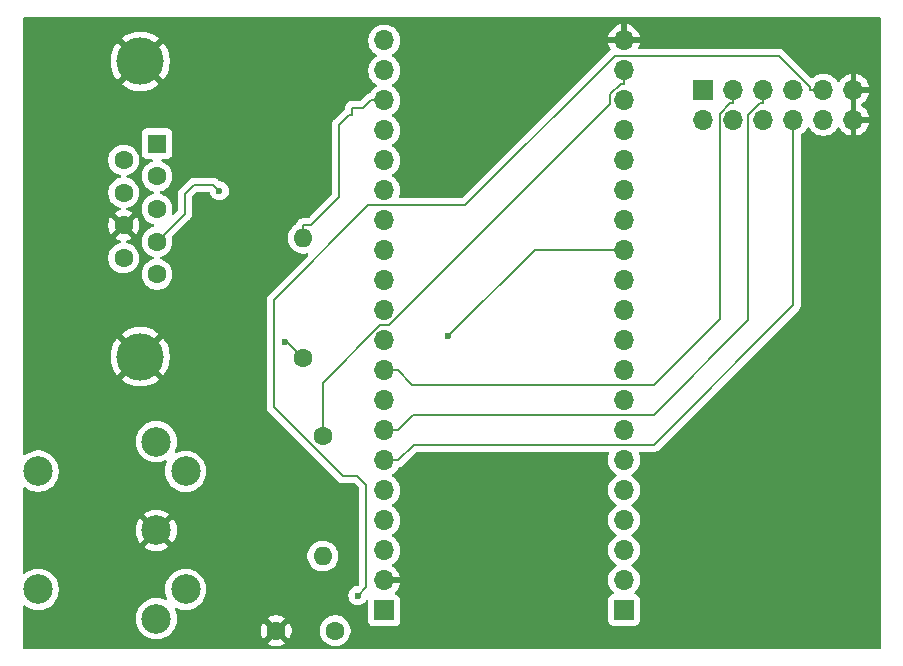
<source format=gbr>
%TF.GenerationSoftware,KiCad,Pcbnew,9.0.2*%
%TF.CreationDate,2025-12-11T17:12:11+00:00*%
%TF.ProjectId,nanoshield,6e616e6f-7368-4696-956c-642e6b696361,rev?*%
%TF.SameCoordinates,Original*%
%TF.FileFunction,Copper,L2,Bot*%
%TF.FilePolarity,Positive*%
%FSLAX46Y46*%
G04 Gerber Fmt 4.6, Leading zero omitted, Abs format (unit mm)*
G04 Created by KiCad (PCBNEW 9.0.2) date 2025-12-11 17:12:11*
%MOMM*%
%LPD*%
G01*
G04 APERTURE LIST*
%TA.AperFunction,ComponentPad*%
%ADD10R,1.700000X1.700000*%
%TD*%
%TA.AperFunction,ComponentPad*%
%ADD11O,1.700000X1.700000*%
%TD*%
%TA.AperFunction,ComponentPad*%
%ADD12C,4.000000*%
%TD*%
%TA.AperFunction,ComponentPad*%
%ADD13R,1.600000X1.600000*%
%TD*%
%TA.AperFunction,ComponentPad*%
%ADD14C,1.600000*%
%TD*%
%TA.AperFunction,ComponentPad*%
%ADD15O,1.600000X1.600000*%
%TD*%
%TA.AperFunction,WasherPad*%
%ADD16C,2.499360*%
%TD*%
%TA.AperFunction,ComponentPad*%
%ADD17C,2.499360*%
%TD*%
%TA.AperFunction,ViaPad*%
%ADD18C,0.600000*%
%TD*%
%TA.AperFunction,Conductor*%
%ADD19C,0.200000*%
%TD*%
G04 APERTURE END LIST*
D10*
%TO.P,J3,1,Pin_1*%
%TO.N,+5V*%
X122550000Y-81240000D03*
D11*
%TO.P,J3,2,Pin_2*%
%TO.N,GND*%
X122550000Y-78700000D03*
%TO.P,J3,3,Pin_3*%
%TO.N,unconnected-(J3-Pin_3-Pad3)*%
X122550000Y-76160000D03*
%TO.P,J3,4,Pin_4*%
%TO.N,unconnected-(J3-Pin_4-Pad4)*%
X122550000Y-73620000D03*
%TO.P,J3,5,Pin_5*%
%TO.N,miso*%
X122550000Y-71080000D03*
%TO.P,J3,6,Pin_6*%
%TO.N,mosi*%
X122550000Y-68540000D03*
%TO.P,J3,7,Pin_7*%
%TO.N,csn*%
X122550000Y-66000000D03*
%TO.P,J3,8,Pin_8*%
%TO.N,sck*%
X122550000Y-63460000D03*
%TO.P,J3,9,Pin_9*%
%TO.N,irq*%
X122550000Y-60920000D03*
%TO.P,J3,10,Pin_10*%
%TO.N,unconnected-(J3-Pin_10-Pad10)*%
X122550000Y-58380000D03*
%TO.P,J3,11,Pin_11*%
%TO.N,unconnected-(J3-Pin_11-Pad11)*%
X122550000Y-55840000D03*
%TO.P,J3,12,Pin_12*%
%TO.N,unconnected-(J3-Pin_12-Pad12)*%
X122550000Y-53300000D03*
%TO.P,J3,13,Pin_13*%
%TO.N,unconnected-(J3-Pin_13-Pad13)*%
X122550000Y-50760000D03*
%TO.P,J3,14,Pin_14*%
%TO.N,unconnected-(J3-Pin_14-Pad14)*%
X122550000Y-48220000D03*
%TO.P,J3,15,Pin_15*%
%TO.N,unconnected-(J3-Pin_15-Pad15)*%
X122550000Y-45680000D03*
%TO.P,J3,16,Pin_16*%
%TO.N,unconnected-(J3-Pin_16-Pad16)*%
X122550000Y-43140000D03*
%TO.P,J3,17,Pin_17*%
%TO.N,unconnected-(J3-Pin_17-Pad17)*%
X122550000Y-40600000D03*
%TO.P,J3,18,Pin_18*%
%TO.N,midi-out*%
X122550000Y-38060000D03*
%TO.P,J3,19,Pin_19*%
%TO.N,unconnected-(J3-Pin_19-Pad19)*%
X122550000Y-35520000D03*
%TO.P,J3,20,Pin_20*%
%TO.N,unconnected-(J3-Pin_20-Pad20)*%
X122550000Y-32980000D03*
%TD*%
D10*
%TO.P,J1,1,Pin_1*%
%TO.N,unconnected-(J1-Pin_1-Pad1)*%
X142850000Y-81200000D03*
D11*
%TO.P,J1,2,Pin_2*%
%TO.N,unconnected-(J1-Pin_2-Pad2)*%
X142850000Y-78660000D03*
%TO.P,J1,3,Pin_3*%
%TO.N,unconnected-(J1-Pin_3-Pad3)*%
X142850000Y-76120000D03*
%TO.P,J1,4,Pin_4*%
%TO.N,unconnected-(J1-Pin_4-Pad4)*%
X142850000Y-73580000D03*
%TO.P,J1,5,Pin_5*%
%TO.N,unconnected-(J1-Pin_5-Pad5)*%
X142850000Y-71040000D03*
%TO.P,J1,6,Pin_6*%
%TO.N,unconnected-(J1-Pin_6-Pad6)*%
X142850000Y-68500000D03*
%TO.P,J1,7,Pin_7*%
%TO.N,unconnected-(J1-Pin_7-Pad7)*%
X142850000Y-65960000D03*
%TO.P,J1,8,Pin_8*%
%TO.N,btn0*%
X142850000Y-63420000D03*
%TO.P,J1,9,Pin_9*%
%TO.N,down*%
X142850000Y-60880000D03*
%TO.P,J1,10,Pin_10*%
%TO.N,up*%
X142850000Y-58340000D03*
%TO.P,J1,11,Pin_11*%
%TO.N,right*%
X142850000Y-55800000D03*
%TO.P,J1,12,Pin_12*%
%TO.N,left*%
X142850000Y-53260000D03*
%TO.P,J1,13,Pin_13*%
%TO.N,btn1*%
X142850000Y-50720000D03*
%TO.P,J1,14,Pin_14*%
%TO.N,unconnected-(J1-Pin_14-Pad14)*%
X142850000Y-48180000D03*
%TO.P,J1,15,Pin_15*%
%TO.N,unconnected-(J1-Pin_15-Pad15)*%
X142850000Y-45640000D03*
%TO.P,J1,16,Pin_16*%
%TO.N,unconnected-(J1-Pin_16-Pad16)*%
X142850000Y-43100000D03*
%TO.P,J1,17,Pin_17*%
%TO.N,unconnected-(J1-Pin_17-Pad17)*%
X142850000Y-40560000D03*
%TO.P,J1,18,Pin_18*%
%TO.N,unconnected-(J1-Pin_18-Pad18)*%
X142850000Y-38020000D03*
%TO.P,J1,19,Pin_19*%
%TO.N,+3V3*%
X142850000Y-35480000D03*
%TO.P,J1,20,Pin_20*%
%TO.N,GND*%
X142850000Y-32940000D03*
%TD*%
D12*
%TO.P,J2,0,PAD*%
%TO.N,GND*%
X101900000Y-34750000D03*
X101900000Y-59750000D03*
D13*
%TO.P,J2,1,1*%
%TO.N,up*%
X103320000Y-41710000D03*
D14*
%TO.P,J2,2,2*%
%TO.N,down*%
X103320000Y-44480000D03*
%TO.P,J2,3,3*%
%TO.N,left*%
X103320000Y-47250000D03*
%TO.P,J2,4,4*%
%TO.N,right*%
X103320000Y-50020000D03*
%TO.P,J2,5,5*%
%TO.N,unconnected-(J2-Pad5)*%
X103320000Y-52790000D03*
%TO.P,J2,6,6*%
%TO.N,btn0*%
X100480000Y-43095000D03*
%TO.P,J2,7,7*%
%TO.N,unconnected-(J2-Pad7)*%
X100480000Y-45865000D03*
%TO.P,J2,8,8*%
%TO.N,GND*%
X100480000Y-48635000D03*
%TO.P,J2,9,9*%
%TO.N,btn1*%
X100480000Y-51405000D03*
%TD*%
%TO.P,C1,1*%
%TO.N,+5V*%
X118400000Y-82950000D03*
%TO.P,C1,2*%
%TO.N,GND*%
X113400000Y-82950000D03*
%TD*%
%TO.P,R1,1*%
%TO.N,+3V3*%
X117350000Y-66470000D03*
D15*
%TO.P,R1,2*%
%TO.N,Net-(J5-Pad4)*%
X117350000Y-76630000D03*
%TD*%
D16*
%TO.P,J5,*%
%TO.N,*%
X93250000Y-69447440D03*
X93250000Y-79449960D03*
D17*
%TO.P,J5,1*%
%TO.N,unconnected-(J5-Pad1)*%
X103244900Y-81946780D03*
%TO.P,J5,2*%
%TO.N,GND*%
X103247440Y-74448700D03*
%TO.P,J5,3*%
%TO.N,unconnected-(J5-Pad3)*%
X103244900Y-66950620D03*
%TO.P,J5,4*%
%TO.N,Net-(J5-Pad4)*%
X105746800Y-79444880D03*
%TO.P,J5,5*%
%TO.N,Net-(J5-Pad5)*%
X105746800Y-69452520D03*
%TD*%
D14*
%TO.P,R2,1*%
%TO.N,Net-(J5-Pad5)*%
X115700000Y-59880000D03*
D15*
%TO.P,R2,2*%
%TO.N,midi-out*%
X115700000Y-49720000D03*
%TD*%
D10*
%TO.P,J4,1,Pin_1*%
%TO.N,unconnected-(J4-Pin_1-Pad1)*%
X149580000Y-37160000D03*
D11*
%TO.P,J4,2,Pin_2*%
%TO.N,unconnected-(J4-Pin_2-Pad2)*%
X149580000Y-39700000D03*
%TO.P,J4,3,Pin_3*%
%TO.N,irq*%
X152120000Y-37160000D03*
%TO.P,J4,4,Pin_4*%
%TO.N,unconnected-(J4-Pin_4-Pad4)*%
X152120000Y-39700000D03*
%TO.P,J4,5,Pin_5*%
%TO.N,csn*%
X154660000Y-37160000D03*
%TO.P,J4,6,Pin_6*%
%TO.N,sck*%
X154660000Y-39700000D03*
%TO.P,J4,7,Pin_7*%
%TO.N,miso*%
X157200000Y-37160000D03*
%TO.P,J4,8,Pin_8*%
%TO.N,mosi*%
X157200000Y-39700000D03*
%TO.P,J4,9,Pin_9*%
%TO.N,+5V*%
X159740000Y-37160000D03*
%TO.P,J4,10,Pin_10*%
%TO.N,unconnected-(J4-Pin_10-Pad10)*%
X159740000Y-39700000D03*
%TO.P,J4,11,Pin_11*%
%TO.N,GND*%
X162280000Y-37160000D03*
%TO.P,J4,12,Pin_12*%
X162280000Y-39700000D03*
%TD*%
D18*
%TO.N,right*%
X108595000Y-45713300D03*
%TO.N,btn1*%
X127978000Y-58031600D03*
%TO.N,+5V*%
X120302000Y-79976800D03*
%TO.N,Net-(J5-Pad5)*%
X114141000Y-58492100D03*
%TD*%
D19*
%TO.N,+3V3*%
X141698000Y-37495400D02*
X141698000Y-38390200D01*
X142850000Y-36631700D02*
X142562000Y-36631700D01*
X142850000Y-35480000D02*
X142850000Y-36631700D01*
X142562000Y-36631700D02*
X141698000Y-37495400D01*
X122189000Y-57110000D02*
X117350000Y-61949200D01*
X141698000Y-38390200D02*
X122978000Y-57110000D01*
X122978000Y-57110000D02*
X122189000Y-57110000D01*
X117350000Y-61949200D02*
X117350000Y-66470000D01*
%TO.N,right*%
X103320000Y-50020000D02*
X105664000Y-47676300D01*
X105664000Y-45982300D02*
X106439000Y-45207100D01*
X105664000Y-47676300D02*
X105664000Y-45982300D01*
X106439000Y-45207100D02*
X108089000Y-45207100D01*
X108089000Y-45207100D02*
X108595000Y-45713300D01*
%TO.N,btn1*%
X135290000Y-50720000D02*
X127978000Y-58031600D01*
X142850000Y-50720000D02*
X135290000Y-50720000D01*
%TO.N,mosi*%
X145412000Y-67190000D02*
X125052000Y-67190000D01*
X125052000Y-67190000D02*
X123702000Y-68540000D01*
X157200000Y-39700000D02*
X157200000Y-55402000D01*
X123702000Y-68540000D02*
X122550000Y-68540000D01*
X157200000Y-55402000D02*
X145412000Y-67190000D01*
%TO.N,csn*%
X153390000Y-39313300D02*
X154391000Y-38311900D01*
X145362000Y-64700000D02*
X153390000Y-56672000D01*
X154660000Y-38311900D02*
X154660000Y-37160000D01*
X154391000Y-38311900D02*
X154660000Y-38311900D01*
X122550000Y-66000000D02*
X123702000Y-66000000D01*
X125002000Y-64700000D02*
X145362000Y-64700000D01*
X153390000Y-56672000D02*
X153390000Y-39313300D01*
X123702000Y-66000000D02*
X125002000Y-64700000D01*
%TO.N,irq*%
X124932000Y-62150000D02*
X123702000Y-60920000D01*
X150967000Y-56555400D02*
X145372000Y-62150000D01*
X152120000Y-38311900D02*
X151832000Y-38311900D01*
X152120000Y-37160000D02*
X152120000Y-38311900D01*
X151832000Y-38311900D02*
X150967000Y-39177200D01*
X150967000Y-39177200D02*
X150967000Y-56555400D01*
X123702000Y-60920000D02*
X122550000Y-60920000D01*
X145372000Y-62150000D02*
X124932000Y-62150000D01*
%TO.N,midi-out*%
X115700000Y-49720000D02*
X115700000Y-48618100D01*
X118711000Y-40115700D02*
X119575000Y-39251900D01*
X115700000Y-48618100D02*
X116358000Y-48618100D01*
X120782000Y-38675900D02*
X121398000Y-38060000D01*
X119863000Y-38675900D02*
X120782000Y-38675900D01*
X119575000Y-39251900D02*
X119863000Y-39251900D01*
X118711000Y-46265400D02*
X118711000Y-40115700D01*
X121398000Y-38060000D02*
X122550000Y-38060000D01*
X119863000Y-39251900D02*
X119863000Y-38675900D01*
X116358000Y-48618100D02*
X118711000Y-46265400D01*
%TO.N,+5V*%
X142062600Y-34287400D02*
X129400000Y-46950000D01*
X158588000Y-37160000D02*
X158588000Y-36891500D01*
X121015000Y-79264300D02*
X120302000Y-79976800D01*
X159740000Y-37160000D02*
X158588000Y-37160000D01*
X113185000Y-54971300D02*
X113185000Y-64002500D01*
X121015000Y-70594300D02*
X121015000Y-79264300D01*
X129400000Y-46950000D02*
X121206000Y-46950000D01*
X119032000Y-69850000D02*
X120271000Y-69850000D01*
X113185000Y-64002500D02*
X119032000Y-69850000D01*
X121206000Y-46950000D02*
X113185000Y-54971300D01*
X155984000Y-34287400D02*
X142062600Y-34287400D01*
X158588000Y-36891500D02*
X155984000Y-34287400D01*
X120271000Y-69850000D02*
X121015000Y-70594300D01*
%TO.N,Net-(J5-Pad5)*%
X114141000Y-58492100D02*
X114312000Y-58492100D01*
X114312000Y-58492100D02*
X115700000Y-59880000D01*
%TD*%
%TA.AperFunction,Conductor*%
%TO.N,GND*%
G36*
X162530000Y-39266988D02*
G01*
X162472993Y-39234075D01*
X162345826Y-39200000D01*
X162214174Y-39200000D01*
X162087007Y-39234075D01*
X162030000Y-39266988D01*
X162030000Y-37593012D01*
X162087007Y-37625925D01*
X162214174Y-37660000D01*
X162345826Y-37660000D01*
X162472993Y-37625925D01*
X162530000Y-37593012D01*
X162530000Y-39266988D01*
G37*
%TD.AperFunction*%
%TA.AperFunction,Conductor*%
G36*
X164542539Y-31000185D02*
G01*
X164588294Y-31052989D01*
X164599500Y-31104500D01*
X164599500Y-84375500D01*
X164579815Y-84442539D01*
X164527011Y-84488294D01*
X164475500Y-84499500D01*
X92064500Y-84499500D01*
X91997461Y-84479815D01*
X91951706Y-84427011D01*
X91940500Y-84375500D01*
X91940500Y-81832073D01*
X101494720Y-81832073D01*
X101494720Y-82061486D01*
X101494721Y-82061502D01*
X101524665Y-82288952D01*
X101584046Y-82510564D01*
X101671841Y-82722519D01*
X101671845Y-82722529D01*
X101786555Y-82921213D01*
X101926220Y-83103228D01*
X101926226Y-83103235D01*
X102088444Y-83265453D01*
X102088451Y-83265459D01*
X102270466Y-83405124D01*
X102469150Y-83519834D01*
X102469151Y-83519834D01*
X102469154Y-83519836D01*
X102681116Y-83607634D01*
X102902724Y-83667014D01*
X103130187Y-83696960D01*
X103130194Y-83696960D01*
X103359606Y-83696960D01*
X103359613Y-83696960D01*
X103587076Y-83667014D01*
X103808684Y-83607634D01*
X104020646Y-83519836D01*
X104219334Y-83405124D01*
X104401350Y-83265458D01*
X104563578Y-83103230D01*
X104703244Y-82921214D01*
X104745697Y-82847682D01*
X112100000Y-82847682D01*
X112100000Y-83052317D01*
X112132009Y-83254417D01*
X112195244Y-83449031D01*
X112288141Y-83631350D01*
X112288147Y-83631359D01*
X112320523Y-83675921D01*
X112320524Y-83675922D01*
X113000000Y-82996446D01*
X113000000Y-83002661D01*
X113027259Y-83104394D01*
X113079920Y-83195606D01*
X113154394Y-83270080D01*
X113245606Y-83322741D01*
X113347339Y-83350000D01*
X113353553Y-83350000D01*
X112674076Y-84029474D01*
X112718650Y-84061859D01*
X112900968Y-84154755D01*
X113095582Y-84217990D01*
X113297683Y-84250000D01*
X113502317Y-84250000D01*
X113704417Y-84217990D01*
X113899031Y-84154755D01*
X114081349Y-84061859D01*
X114125921Y-84029474D01*
X113446447Y-83350000D01*
X113452661Y-83350000D01*
X113554394Y-83322741D01*
X113645606Y-83270080D01*
X113720080Y-83195606D01*
X113772741Y-83104394D01*
X113800000Y-83002661D01*
X113800000Y-82996447D01*
X114479474Y-83675921D01*
X114511859Y-83631349D01*
X114604755Y-83449031D01*
X114667990Y-83254417D01*
X114700000Y-83052317D01*
X114700000Y-82847682D01*
X114699995Y-82847648D01*
X117099500Y-82847648D01*
X117099500Y-83052351D01*
X117131522Y-83254534D01*
X117194781Y-83449223D01*
X117230760Y-83519834D01*
X117287585Y-83631359D01*
X117287715Y-83631613D01*
X117408028Y-83797213D01*
X117552786Y-83941971D01*
X117673226Y-84029474D01*
X117718390Y-84062287D01*
X117834607Y-84121503D01*
X117900776Y-84155218D01*
X117900778Y-84155218D01*
X117900781Y-84155220D01*
X118005137Y-84189127D01*
X118095465Y-84218477D01*
X118196557Y-84234488D01*
X118297648Y-84250500D01*
X118297649Y-84250500D01*
X118502351Y-84250500D01*
X118502352Y-84250500D01*
X118704534Y-84218477D01*
X118899219Y-84155220D01*
X119081610Y-84062287D01*
X119174590Y-83994732D01*
X119247213Y-83941971D01*
X119247215Y-83941968D01*
X119247219Y-83941966D01*
X119391966Y-83797219D01*
X119391968Y-83797215D01*
X119391971Y-83797213D01*
X119464809Y-83696958D01*
X119512287Y-83631610D01*
X119605220Y-83449219D01*
X119668477Y-83254534D01*
X119700500Y-83052352D01*
X119700500Y-82847648D01*
X119680681Y-82722519D01*
X119668477Y-82645465D01*
X119635538Y-82544091D01*
X119605220Y-82450781D01*
X119605218Y-82450778D01*
X119605218Y-82450776D01*
X119571503Y-82384607D01*
X119512287Y-82268390D01*
X119480092Y-82224077D01*
X119391971Y-82102786D01*
X119247213Y-81958028D01*
X119081613Y-81837715D01*
X119081612Y-81837714D01*
X119081610Y-81837713D01*
X119024653Y-81808691D01*
X118899223Y-81744781D01*
X118704534Y-81681522D01*
X118529995Y-81653878D01*
X118502352Y-81649500D01*
X118297648Y-81649500D01*
X118273329Y-81653351D01*
X118095465Y-81681522D01*
X117900776Y-81744781D01*
X117718386Y-81837715D01*
X117552786Y-81958028D01*
X117408028Y-82102786D01*
X117287715Y-82268386D01*
X117194781Y-82450776D01*
X117131522Y-82645465D01*
X117099500Y-82847648D01*
X114699995Y-82847648D01*
X114667990Y-82645582D01*
X114604755Y-82450968D01*
X114511859Y-82268650D01*
X114479474Y-82224077D01*
X114479474Y-82224076D01*
X113800000Y-82903551D01*
X113800000Y-82897339D01*
X113772741Y-82795606D01*
X113720080Y-82704394D01*
X113645606Y-82629920D01*
X113554394Y-82577259D01*
X113452661Y-82550000D01*
X113446446Y-82550000D01*
X114125922Y-81870524D01*
X114125921Y-81870523D01*
X114081359Y-81838147D01*
X114081350Y-81838141D01*
X113899031Y-81745244D01*
X113704417Y-81682009D01*
X113502317Y-81650000D01*
X113297683Y-81650000D01*
X113095582Y-81682009D01*
X112900968Y-81745244D01*
X112718644Y-81838143D01*
X112674077Y-81870523D01*
X112674077Y-81870524D01*
X113353554Y-82550000D01*
X113347339Y-82550000D01*
X113245606Y-82577259D01*
X113154394Y-82629920D01*
X113079920Y-82704394D01*
X113027259Y-82795606D01*
X113000000Y-82897339D01*
X113000000Y-82903553D01*
X112320524Y-82224077D01*
X112320523Y-82224077D01*
X112288143Y-82268644D01*
X112195244Y-82450968D01*
X112132009Y-82645582D01*
X112100000Y-82847682D01*
X104745697Y-82847682D01*
X104745717Y-82847648D01*
X104784303Y-82780816D01*
X104795553Y-82761328D01*
X104817956Y-82722526D01*
X104905754Y-82510564D01*
X104965134Y-82288956D01*
X104995080Y-82061493D01*
X104995080Y-81832067D01*
X104965134Y-81604604D01*
X104905754Y-81382996D01*
X104830012Y-81200140D01*
X104824261Y-81186255D01*
X104816792Y-81116785D01*
X104848067Y-81054306D01*
X104908156Y-81018654D01*
X104977981Y-81021148D01*
X104986275Y-81024241D01*
X105040341Y-81046635D01*
X105183016Y-81105734D01*
X105404624Y-81165114D01*
X105632087Y-81195060D01*
X105632094Y-81195060D01*
X105861506Y-81195060D01*
X105861513Y-81195060D01*
X106088976Y-81165114D01*
X106310584Y-81105734D01*
X106522546Y-81017936D01*
X106721234Y-80903224D01*
X106903250Y-80763558D01*
X107065478Y-80601330D01*
X107205144Y-80419314D01*
X107319856Y-80220626D01*
X107407654Y-80008664D01*
X107467034Y-79787056D01*
X107496980Y-79559593D01*
X107496980Y-79330167D01*
X107467034Y-79102704D01*
X107407654Y-78881096D01*
X107319856Y-78669134D01*
X107205144Y-78470446D01*
X107069376Y-78293510D01*
X107065479Y-78288431D01*
X107065473Y-78288424D01*
X106903255Y-78126206D01*
X106903248Y-78126200D01*
X106721233Y-77986535D01*
X106522549Y-77871825D01*
X106522539Y-77871821D01*
X106310584Y-77784026D01*
X106154813Y-77742287D01*
X106088976Y-77724646D01*
X106088975Y-77724645D01*
X106088972Y-77724645D01*
X105861522Y-77694701D01*
X105861519Y-77694700D01*
X105861513Y-77694700D01*
X105632087Y-77694700D01*
X105632081Y-77694700D01*
X105632077Y-77694701D01*
X105404627Y-77724645D01*
X105183015Y-77784026D01*
X104971060Y-77871821D01*
X104971050Y-77871825D01*
X104772366Y-77986535D01*
X104590351Y-78126200D01*
X104590344Y-78126206D01*
X104428126Y-78288424D01*
X104428120Y-78288431D01*
X104288455Y-78470446D01*
X104173745Y-78669130D01*
X104173741Y-78669140D01*
X104085946Y-78881095D01*
X104026565Y-79102707D01*
X103996621Y-79330157D01*
X103996620Y-79330173D01*
X103996620Y-79559586D01*
X103996621Y-79559602D01*
X104026208Y-79784341D01*
X104026566Y-79787056D01*
X104069210Y-79946206D01*
X104085947Y-80008667D01*
X104167438Y-80205405D01*
X104174907Y-80274874D01*
X104143632Y-80337353D01*
X104083543Y-80373005D01*
X104013718Y-80370511D01*
X104005425Y-80367418D01*
X103808687Y-80285927D01*
X103808685Y-80285926D01*
X103808684Y-80285926D01*
X103587076Y-80226546D01*
X103587075Y-80226545D01*
X103587072Y-80226545D01*
X103359622Y-80196601D01*
X103359619Y-80196600D01*
X103359613Y-80196600D01*
X103130187Y-80196600D01*
X103130181Y-80196600D01*
X103130177Y-80196601D01*
X102902727Y-80226545D01*
X102681115Y-80285926D01*
X102469160Y-80373721D01*
X102469150Y-80373725D01*
X102270466Y-80488435D01*
X102088451Y-80628100D01*
X102088444Y-80628106D01*
X101926226Y-80790324D01*
X101926220Y-80790331D01*
X101786555Y-80972346D01*
X101671845Y-81171030D01*
X101671841Y-81171040D01*
X101584046Y-81382995D01*
X101524665Y-81604607D01*
X101494721Y-81832057D01*
X101494720Y-81832073D01*
X91940500Y-81832073D01*
X91940500Y-80902646D01*
X91960185Y-80835607D01*
X92012989Y-80789852D01*
X92082147Y-80779908D01*
X92139986Y-80804270D01*
X92275566Y-80908304D01*
X92474250Y-81023014D01*
X92474251Y-81023014D01*
X92474254Y-81023016D01*
X92686216Y-81110814D01*
X92907824Y-81170194D01*
X93135287Y-81200140D01*
X93135294Y-81200140D01*
X93364706Y-81200140D01*
X93364713Y-81200140D01*
X93592176Y-81170194D01*
X93813784Y-81110814D01*
X94025746Y-81023016D01*
X94224434Y-80908304D01*
X94406450Y-80768638D01*
X94568678Y-80606410D01*
X94708344Y-80424394D01*
X94823056Y-80225706D01*
X94910854Y-80013744D01*
X94970234Y-79792136D01*
X95000180Y-79564673D01*
X95000180Y-79335247D01*
X94970234Y-79107784D01*
X94910854Y-78886176D01*
X94823056Y-78674214D01*
X94726519Y-78507007D01*
X94708344Y-78475526D01*
X94568679Y-78293511D01*
X94568673Y-78293504D01*
X94406455Y-78131286D01*
X94406448Y-78131280D01*
X94224433Y-77991615D01*
X94025749Y-77876905D01*
X94025739Y-77876901D01*
X93813784Y-77789106D01*
X93592172Y-77729725D01*
X93364722Y-77699781D01*
X93364719Y-77699780D01*
X93364713Y-77699780D01*
X93135287Y-77699780D01*
X93135281Y-77699780D01*
X93135277Y-77699781D01*
X92907827Y-77729725D01*
X92686215Y-77789106D01*
X92474260Y-77876901D01*
X92474250Y-77876905D01*
X92275566Y-77991615D01*
X92139986Y-78095649D01*
X92074817Y-78120843D01*
X92006372Y-78106804D01*
X91956382Y-78057990D01*
X91940500Y-77997273D01*
X91940500Y-76527648D01*
X116049500Y-76527648D01*
X116049500Y-76732351D01*
X116081522Y-76934534D01*
X116144781Y-77129223D01*
X116237715Y-77311613D01*
X116358028Y-77477213D01*
X116502786Y-77621971D01*
X116644108Y-77724645D01*
X116668390Y-77742287D01*
X116784607Y-77801503D01*
X116850776Y-77835218D01*
X116850778Y-77835218D01*
X116850781Y-77835220D01*
X116955137Y-77869127D01*
X117045465Y-77898477D01*
X117146557Y-77914488D01*
X117247648Y-77930500D01*
X117247649Y-77930500D01*
X117452351Y-77930500D01*
X117452352Y-77930500D01*
X117654534Y-77898477D01*
X117849219Y-77835220D01*
X118031610Y-77742287D01*
X118124590Y-77674732D01*
X118197213Y-77621971D01*
X118197215Y-77621968D01*
X118197219Y-77621966D01*
X118341966Y-77477219D01*
X118341968Y-77477215D01*
X118341971Y-77477213D01*
X118427978Y-77358832D01*
X118462287Y-77311610D01*
X118555220Y-77129219D01*
X118618477Y-76934534D01*
X118650500Y-76732352D01*
X118650500Y-76527648D01*
X118642358Y-76476243D01*
X118618477Y-76325465D01*
X118555218Y-76130776D01*
X118499439Y-76021305D01*
X118462287Y-75948390D01*
X118431947Y-75906630D01*
X118341971Y-75782786D01*
X118197213Y-75638028D01*
X118031613Y-75517715D01*
X118031612Y-75517714D01*
X118031610Y-75517713D01*
X117974653Y-75488691D01*
X117849223Y-75424781D01*
X117654534Y-75361522D01*
X117479995Y-75333878D01*
X117452352Y-75329500D01*
X117247648Y-75329500D01*
X117223329Y-75333351D01*
X117045465Y-75361522D01*
X116850776Y-75424781D01*
X116668386Y-75517715D01*
X116502786Y-75638028D01*
X116358028Y-75782786D01*
X116237715Y-75948386D01*
X116144781Y-76130776D01*
X116081522Y-76325465D01*
X116049500Y-76527648D01*
X91940500Y-76527648D01*
X91940500Y-74334012D01*
X101497760Y-74334012D01*
X101497760Y-74563387D01*
X101527697Y-74790774D01*
X101587062Y-75012327D01*
X101674830Y-75224217D01*
X101674834Y-75224226D01*
X101789509Y-75422849D01*
X101789514Y-75422856D01*
X101846050Y-75496535D01*
X102609277Y-74733308D01*
X102628437Y-74779564D01*
X102704879Y-74893968D01*
X102802172Y-74991261D01*
X102916576Y-75067703D01*
X102962830Y-75086861D01*
X102199603Y-75850087D01*
X102199603Y-75850089D01*
X102273273Y-75906619D01*
X102273290Y-75906630D01*
X102471913Y-76021305D01*
X102471922Y-76021309D01*
X102683812Y-76109077D01*
X102905365Y-76168442D01*
X103132752Y-76198379D01*
X103132767Y-76198380D01*
X103362113Y-76198380D01*
X103362127Y-76198379D01*
X103589514Y-76168442D01*
X103811067Y-76109077D01*
X104022957Y-76021309D01*
X104022966Y-76021305D01*
X104221592Y-75906628D01*
X104295275Y-75850088D01*
X104295275Y-75850087D01*
X103532049Y-75086862D01*
X103578304Y-75067703D01*
X103692708Y-74991261D01*
X103790001Y-74893968D01*
X103866443Y-74779564D01*
X103885602Y-74733309D01*
X104648827Y-75496535D01*
X104648828Y-75496535D01*
X104705368Y-75422852D01*
X104820045Y-75224226D01*
X104820049Y-75224217D01*
X104907817Y-75012327D01*
X104967182Y-74790774D01*
X104997119Y-74563387D01*
X104997120Y-74563373D01*
X104997120Y-74334026D01*
X104997119Y-74334012D01*
X104967182Y-74106625D01*
X104907817Y-73885072D01*
X104820049Y-73673182D01*
X104820045Y-73673173D01*
X104705370Y-73474550D01*
X104705359Y-73474533D01*
X104648829Y-73400863D01*
X104648827Y-73400863D01*
X103885601Y-74164089D01*
X103866443Y-74117836D01*
X103790001Y-74003432D01*
X103692708Y-73906139D01*
X103578304Y-73829697D01*
X103532047Y-73810537D01*
X104295275Y-73047310D01*
X104221596Y-72990774D01*
X104221589Y-72990769D01*
X104022966Y-72876094D01*
X104022957Y-72876090D01*
X103811067Y-72788322D01*
X103589514Y-72728957D01*
X103362127Y-72699020D01*
X103132752Y-72699020D01*
X102905365Y-72728957D01*
X102683812Y-72788322D01*
X102471922Y-72876090D01*
X102471912Y-72876094D01*
X102273284Y-72990772D01*
X102199603Y-73047309D01*
X102199603Y-73047310D01*
X102962830Y-73810537D01*
X102916576Y-73829697D01*
X102802172Y-73906139D01*
X102704879Y-74003432D01*
X102628437Y-74117836D01*
X102609277Y-74164090D01*
X101846050Y-73400863D01*
X101846049Y-73400863D01*
X101789512Y-73474544D01*
X101674834Y-73673172D01*
X101674830Y-73673182D01*
X101587062Y-73885072D01*
X101527697Y-74106625D01*
X101497760Y-74334012D01*
X91940500Y-74334012D01*
X91940500Y-70900126D01*
X91960185Y-70833087D01*
X92012989Y-70787332D01*
X92082147Y-70777388D01*
X92139986Y-70801750D01*
X92275566Y-70905784D01*
X92474250Y-71020494D01*
X92474251Y-71020494D01*
X92474254Y-71020496D01*
X92686216Y-71108294D01*
X92907824Y-71167674D01*
X93135287Y-71197620D01*
X93135294Y-71197620D01*
X93364706Y-71197620D01*
X93364713Y-71197620D01*
X93592176Y-71167674D01*
X93813784Y-71108294D01*
X94025746Y-71020496D01*
X94224434Y-70905784D01*
X94406450Y-70766118D01*
X94568678Y-70603890D01*
X94708344Y-70421874D01*
X94823056Y-70223186D01*
X94910854Y-70011224D01*
X94970234Y-69789616D01*
X95000180Y-69562153D01*
X95000180Y-69332727D01*
X94970234Y-69105264D01*
X94910854Y-68883656D01*
X94823056Y-68671694D01*
X94808387Y-68646287D01*
X94708344Y-68473006D01*
X94568679Y-68290991D01*
X94568673Y-68290984D01*
X94406455Y-68128766D01*
X94406448Y-68128760D01*
X94224433Y-67989095D01*
X94025749Y-67874385D01*
X94025739Y-67874381D01*
X93813784Y-67786586D01*
X93675665Y-67749577D01*
X93592176Y-67727206D01*
X93592175Y-67727205D01*
X93592172Y-67727205D01*
X93364722Y-67697261D01*
X93364719Y-67697260D01*
X93364713Y-67697260D01*
X93135287Y-67697260D01*
X93135281Y-67697260D01*
X93135277Y-67697261D01*
X92907827Y-67727205D01*
X92686215Y-67786586D01*
X92474260Y-67874381D01*
X92474250Y-67874385D01*
X92275566Y-67989095D01*
X92139986Y-68093129D01*
X92074817Y-68118323D01*
X92006372Y-68104284D01*
X91956382Y-68055470D01*
X91940500Y-67994753D01*
X91940500Y-66835913D01*
X101494720Y-66835913D01*
X101494720Y-67065326D01*
X101494721Y-67065342D01*
X101524665Y-67292792D01*
X101584046Y-67514404D01*
X101671841Y-67726359D01*
X101671845Y-67726369D01*
X101786555Y-67925053D01*
X101926220Y-68107068D01*
X101926226Y-68107075D01*
X102088444Y-68269293D01*
X102088451Y-68269299D01*
X102270466Y-68408964D01*
X102469150Y-68523674D01*
X102469151Y-68523674D01*
X102469154Y-68523676D01*
X102681116Y-68611474D01*
X102902724Y-68670854D01*
X103130187Y-68700800D01*
X103130194Y-68700800D01*
X103359606Y-68700800D01*
X103359613Y-68700800D01*
X103587076Y-68670854D01*
X103808684Y-68611474D01*
X104005424Y-68529980D01*
X104074893Y-68522512D01*
X104137373Y-68553787D01*
X104173025Y-68613876D01*
X104170531Y-68683701D01*
X104167438Y-68691994D01*
X104085947Y-68888732D01*
X104026565Y-69110347D01*
X103996621Y-69337797D01*
X103996620Y-69337813D01*
X103996620Y-69567226D01*
X103996621Y-69567241D01*
X104026152Y-69791557D01*
X104026566Y-69794696D01*
X104049811Y-69881447D01*
X104085946Y-70016304D01*
X104173741Y-70228259D01*
X104173745Y-70228269D01*
X104288455Y-70426953D01*
X104428120Y-70608968D01*
X104428126Y-70608975D01*
X104590344Y-70771193D01*
X104590351Y-70771199D01*
X104772366Y-70910864D01*
X104971050Y-71025574D01*
X104971051Y-71025574D01*
X104971054Y-71025576D01*
X105183016Y-71113374D01*
X105404624Y-71172754D01*
X105632087Y-71202700D01*
X105632094Y-71202700D01*
X105861506Y-71202700D01*
X105861513Y-71202700D01*
X106088976Y-71172754D01*
X106310584Y-71113374D01*
X106522546Y-71025576D01*
X106721234Y-70910864D01*
X106903250Y-70771198D01*
X107065478Y-70608970D01*
X107205144Y-70426954D01*
X107319856Y-70228266D01*
X107407654Y-70016304D01*
X107467034Y-69794696D01*
X107496980Y-69567233D01*
X107496980Y-69337807D01*
X107467034Y-69110344D01*
X107407654Y-68888736D01*
X107319856Y-68676774D01*
X107302254Y-68646287D01*
X107205144Y-68478086D01*
X107065479Y-68296071D01*
X107065473Y-68296064D01*
X106903255Y-68133846D01*
X106903248Y-68133840D01*
X106721233Y-67994175D01*
X106522549Y-67879465D01*
X106522539Y-67879461D01*
X106310584Y-67791666D01*
X106277186Y-67782717D01*
X106088976Y-67732286D01*
X106088975Y-67732285D01*
X106088972Y-67732285D01*
X105861522Y-67702341D01*
X105861519Y-67702340D01*
X105861513Y-67702340D01*
X105632087Y-67702340D01*
X105632081Y-67702340D01*
X105632077Y-67702341D01*
X105404627Y-67732285D01*
X105183012Y-67791667D01*
X104986274Y-67873158D01*
X104916805Y-67880627D01*
X104854326Y-67849352D01*
X104818674Y-67789262D01*
X104821168Y-67719437D01*
X104824261Y-67711144D01*
X104824655Y-67710194D01*
X104905754Y-67514404D01*
X104965134Y-67292796D01*
X104995080Y-67065333D01*
X104995080Y-66835907D01*
X104965134Y-66608444D01*
X104905754Y-66386836D01*
X104817956Y-66174874D01*
X104812524Y-66165466D01*
X104703244Y-65976186D01*
X104563579Y-65794171D01*
X104563573Y-65794164D01*
X104401355Y-65631946D01*
X104401348Y-65631940D01*
X104219333Y-65492275D01*
X104020649Y-65377565D01*
X104020639Y-65377561D01*
X103808684Y-65289766D01*
X103587072Y-65230385D01*
X103359622Y-65200441D01*
X103359619Y-65200440D01*
X103359613Y-65200440D01*
X103130187Y-65200440D01*
X103130181Y-65200440D01*
X103130177Y-65200441D01*
X102902727Y-65230385D01*
X102681115Y-65289766D01*
X102469160Y-65377561D01*
X102469150Y-65377565D01*
X102270466Y-65492275D01*
X102088451Y-65631940D01*
X102088444Y-65631946D01*
X101926226Y-65794164D01*
X101926220Y-65794171D01*
X101786555Y-65976186D01*
X101671845Y-66174870D01*
X101671841Y-66174880D01*
X101584046Y-66386835D01*
X101524665Y-66608447D01*
X101494721Y-66835897D01*
X101494720Y-66835913D01*
X91940500Y-66835913D01*
X91940500Y-64081550D01*
X112584496Y-64081550D01*
X112584501Y-64081587D01*
X112584711Y-64082346D01*
X112600273Y-64140423D01*
X112621453Y-64219481D01*
X112625414Y-64234263D01*
X112625423Y-64234284D01*
X112663244Y-64299792D01*
X112663246Y-64299796D01*
X112704463Y-64371192D01*
X112704475Y-64371208D01*
X112704480Y-64371216D01*
X112774568Y-64441304D01*
X112774572Y-64441308D01*
X118545616Y-70212846D01*
X118545617Y-70212846D01*
X118551472Y-70218702D01*
X118551480Y-70218716D01*
X118616527Y-70283763D01*
X118616532Y-70283768D01*
X118663273Y-70330513D01*
X118663308Y-70330540D01*
X118663910Y-70330881D01*
X118694225Y-70348383D01*
X118734979Y-70371913D01*
X118734978Y-70371913D01*
X118734985Y-70371916D01*
X118797971Y-70408286D01*
X118799897Y-70409453D01*
X118800188Y-70409565D01*
X118800191Y-70409567D01*
X118800194Y-70409567D01*
X118800212Y-70409574D01*
X118800216Y-70409577D01*
X118800223Y-70409579D01*
X118800773Y-70409791D01*
X118803152Y-70410364D01*
X118859915Y-70425573D01*
X118869562Y-70428158D01*
X118952917Y-70450497D01*
X118952924Y-70450497D01*
X118952939Y-70450499D01*
X118952943Y-70450500D01*
X118952946Y-70450500D01*
X119020681Y-70450500D01*
X119111032Y-70450504D01*
X119111036Y-70450502D01*
X119119086Y-70450503D01*
X119119149Y-70450500D01*
X119970816Y-70450500D01*
X120037855Y-70470185D01*
X120058515Y-70486836D01*
X120216644Y-70645028D01*
X120358890Y-70787332D01*
X120378199Y-70806648D01*
X120411671Y-70867978D01*
X120414500Y-70894312D01*
X120414500Y-78964052D01*
X120405848Y-78993515D01*
X120399311Y-79023517D01*
X120395574Y-79028505D01*
X120394815Y-79031091D01*
X120378151Y-79051764D01*
X120287667Y-79142185D01*
X120226332Y-79175648D01*
X120224208Y-79176090D01*
X120068508Y-79207061D01*
X120068498Y-79207064D01*
X119922827Y-79267402D01*
X119922814Y-79267409D01*
X119791711Y-79355010D01*
X119791707Y-79355013D01*
X119680213Y-79466507D01*
X119680210Y-79466511D01*
X119592609Y-79597614D01*
X119592602Y-79597627D01*
X119532264Y-79743298D01*
X119532261Y-79743310D01*
X119501500Y-79897953D01*
X119501500Y-80055646D01*
X119532261Y-80210289D01*
X119532264Y-80210301D01*
X119592602Y-80355972D01*
X119592609Y-80355985D01*
X119680210Y-80487088D01*
X119680213Y-80487092D01*
X119791707Y-80598586D01*
X119791711Y-80598589D01*
X119922814Y-80686190D01*
X119922827Y-80686197D01*
X120068498Y-80746535D01*
X120068503Y-80746537D01*
X120179617Y-80768639D01*
X120223153Y-80777299D01*
X120223156Y-80777300D01*
X120223158Y-80777300D01*
X120380844Y-80777300D01*
X120380845Y-80777299D01*
X120535497Y-80746537D01*
X120681179Y-80686194D01*
X120812289Y-80598589D01*
X120923789Y-80487089D01*
X120972398Y-80414341D01*
X121026010Y-80369536D01*
X121095335Y-80360829D01*
X121158362Y-80390983D01*
X121195082Y-80450426D01*
X121199500Y-80483232D01*
X121199500Y-82137870D01*
X121199501Y-82137876D01*
X121205908Y-82197483D01*
X121256202Y-82332328D01*
X121256206Y-82332335D01*
X121342452Y-82447544D01*
X121342455Y-82447547D01*
X121457664Y-82533793D01*
X121457671Y-82533797D01*
X121592517Y-82584091D01*
X121592516Y-82584091D01*
X121599444Y-82584835D01*
X121652127Y-82590500D01*
X123447872Y-82590499D01*
X123507483Y-82584091D01*
X123642331Y-82533796D01*
X123757546Y-82447546D01*
X123843796Y-82332331D01*
X123894091Y-82197483D01*
X123900500Y-82137873D01*
X123900499Y-80342128D01*
X123894458Y-80285927D01*
X123894091Y-80282516D01*
X123843797Y-80147671D01*
X123843793Y-80147664D01*
X123757547Y-80032455D01*
X123757544Y-80032452D01*
X123642335Y-79946206D01*
X123642328Y-79946202D01*
X123510401Y-79896997D01*
X123454467Y-79855126D01*
X123430050Y-79789662D01*
X123444902Y-79721389D01*
X123466053Y-79693133D01*
X123579728Y-79579458D01*
X123704620Y-79407557D01*
X123801095Y-79218217D01*
X123866757Y-79016129D01*
X123866757Y-79016126D01*
X123877231Y-78950000D01*
X122983012Y-78950000D01*
X123015925Y-78892993D01*
X123050000Y-78765826D01*
X123050000Y-78634174D01*
X123015925Y-78507007D01*
X122983012Y-78450000D01*
X123877231Y-78450000D01*
X123866757Y-78383873D01*
X123866757Y-78383870D01*
X123801095Y-78181782D01*
X123704620Y-77992442D01*
X123579727Y-77820540D01*
X123579723Y-77820535D01*
X123429464Y-77670276D01*
X123429459Y-77670272D01*
X123257555Y-77545377D01*
X123248500Y-77540763D01*
X123197706Y-77492788D01*
X123180912Y-77424966D01*
X123203451Y-77358832D01*
X123248508Y-77319793D01*
X123257816Y-77315051D01*
X123337007Y-77257515D01*
X123429786Y-77190109D01*
X123429788Y-77190106D01*
X123429792Y-77190104D01*
X123580104Y-77039792D01*
X123580106Y-77039788D01*
X123580109Y-77039786D01*
X123705048Y-76867820D01*
X123705047Y-76867820D01*
X123705051Y-76867816D01*
X123801557Y-76678412D01*
X123867246Y-76476243D01*
X123900500Y-76266287D01*
X123900500Y-76053713D01*
X123867246Y-75843757D01*
X123801557Y-75641588D01*
X123705051Y-75452184D01*
X123705049Y-75452181D01*
X123705048Y-75452179D01*
X123580109Y-75280213D01*
X123429786Y-75129890D01*
X123257820Y-75004951D01*
X123257115Y-75004591D01*
X123249054Y-75000485D01*
X123198259Y-74952512D01*
X123181463Y-74884692D01*
X123203999Y-74818556D01*
X123249054Y-74779515D01*
X123257816Y-74775051D01*
X123312876Y-74735048D01*
X123429786Y-74650109D01*
X123429788Y-74650106D01*
X123429792Y-74650104D01*
X123580104Y-74499792D01*
X123580106Y-74499788D01*
X123580109Y-74499786D01*
X123705048Y-74327820D01*
X123705047Y-74327820D01*
X123705051Y-74327816D01*
X123801557Y-74138412D01*
X123867246Y-73936243D01*
X123900500Y-73726287D01*
X123900500Y-73513713D01*
X123867246Y-73303757D01*
X123801557Y-73101588D01*
X123705051Y-72912184D01*
X123705049Y-72912181D01*
X123705048Y-72912179D01*
X123580109Y-72740213D01*
X123429786Y-72589890D01*
X123257820Y-72464951D01*
X123257115Y-72464591D01*
X123249054Y-72460485D01*
X123198259Y-72412512D01*
X123181463Y-72344692D01*
X123203999Y-72278556D01*
X123249054Y-72239515D01*
X123257816Y-72235051D01*
X123312876Y-72195048D01*
X123429786Y-72110109D01*
X123429788Y-72110106D01*
X123429792Y-72110104D01*
X123580104Y-71959792D01*
X123580106Y-71959788D01*
X123580109Y-71959786D01*
X123705048Y-71787820D01*
X123705047Y-71787820D01*
X123705051Y-71787816D01*
X123801557Y-71598412D01*
X123867246Y-71396243D01*
X123900500Y-71186287D01*
X123900500Y-70973713D01*
X123867246Y-70763757D01*
X123801557Y-70561588D01*
X123705051Y-70372184D01*
X123705049Y-70372181D01*
X123705048Y-70372179D01*
X123580109Y-70200213D01*
X123429786Y-70049890D01*
X123257820Y-69924951D01*
X123257115Y-69924591D01*
X123249054Y-69920485D01*
X123198259Y-69872512D01*
X123181463Y-69804692D01*
X123203999Y-69738556D01*
X123249054Y-69699515D01*
X123257816Y-69695051D01*
X123312876Y-69655048D01*
X123429786Y-69570109D01*
X123429788Y-69570106D01*
X123429792Y-69570104D01*
X123580104Y-69419792D01*
X123580106Y-69419788D01*
X123580109Y-69419786D01*
X123703818Y-69249513D01*
X123705051Y-69247816D01*
X123731295Y-69196308D01*
X123750885Y-69175566D01*
X123768137Y-69152840D01*
X123775865Y-69149117D01*
X123779270Y-69145513D01*
X123799227Y-69136134D01*
X123804377Y-69134252D01*
X123933785Y-69099577D01*
X123983904Y-69070639D01*
X124070716Y-69020520D01*
X124182520Y-68908716D01*
X124182520Y-68908714D01*
X124192728Y-68898507D01*
X124192729Y-68898504D01*
X125264416Y-67826819D01*
X125325739Y-67793334D01*
X125352097Y-67790500D01*
X141493457Y-67790500D01*
X141560496Y-67810185D01*
X141606251Y-67862989D01*
X141616195Y-67932147D01*
X141603942Y-67970794D01*
X141598445Y-67981582D01*
X141598443Y-67981587D01*
X141598443Y-67981588D01*
X141594353Y-67994175D01*
X141532753Y-68183760D01*
X141514966Y-68296064D01*
X141499500Y-68393713D01*
X141499500Y-68606287D01*
X141532754Y-68816243D01*
X141562800Y-68908716D01*
X141598444Y-69018414D01*
X141694951Y-69207820D01*
X141819890Y-69379786D01*
X141970213Y-69530109D01*
X142142182Y-69655050D01*
X142150946Y-69659516D01*
X142201742Y-69707491D01*
X142218536Y-69775312D01*
X142195998Y-69841447D01*
X142150946Y-69880484D01*
X142142182Y-69884949D01*
X141970213Y-70009890D01*
X141819890Y-70160213D01*
X141694951Y-70332179D01*
X141598444Y-70521585D01*
X141532753Y-70723760D01*
X141499500Y-70933713D01*
X141499500Y-71146286D01*
X141532753Y-71356239D01*
X141598444Y-71558414D01*
X141694951Y-71747820D01*
X141819890Y-71919786D01*
X141970213Y-72070109D01*
X142142182Y-72195050D01*
X142150946Y-72199516D01*
X142201742Y-72247491D01*
X142218536Y-72315312D01*
X142195998Y-72381447D01*
X142150946Y-72420484D01*
X142142182Y-72424949D01*
X141970213Y-72549890D01*
X141819890Y-72700213D01*
X141694951Y-72872179D01*
X141598444Y-73061585D01*
X141532753Y-73263760D01*
X141499500Y-73473713D01*
X141499500Y-73686286D01*
X141530984Y-73885072D01*
X141532754Y-73896243D01*
X141535969Y-73906139D01*
X141598444Y-74098414D01*
X141694951Y-74287820D01*
X141819890Y-74459786D01*
X141970213Y-74610109D01*
X142142182Y-74735050D01*
X142150946Y-74739516D01*
X142201742Y-74787491D01*
X142218536Y-74855312D01*
X142195998Y-74921447D01*
X142150946Y-74960484D01*
X142142182Y-74964949D01*
X141970213Y-75089890D01*
X141819890Y-75240213D01*
X141694951Y-75412179D01*
X141598444Y-75601585D01*
X141532753Y-75803760D01*
X141499500Y-76013713D01*
X141499500Y-76226286D01*
X141515208Y-76325466D01*
X141532754Y-76436243D01*
X141562453Y-76527648D01*
X141598444Y-76638414D01*
X141694951Y-76827820D01*
X141819890Y-76999786D01*
X141970213Y-77150109D01*
X142142182Y-77275050D01*
X142150946Y-77279516D01*
X142201742Y-77327491D01*
X142218536Y-77395312D01*
X142195998Y-77461447D01*
X142150946Y-77500484D01*
X142142182Y-77504949D01*
X141970213Y-77629890D01*
X141819890Y-77780213D01*
X141694951Y-77952179D01*
X141598444Y-78141585D01*
X141532753Y-78343760D01*
X141499500Y-78553713D01*
X141499500Y-78766286D01*
X141525479Y-78930315D01*
X141532754Y-78976243D01*
X141575495Y-79107787D01*
X141598444Y-79178414D01*
X141694951Y-79367820D01*
X141819890Y-79539786D01*
X141933430Y-79653326D01*
X141966915Y-79714649D01*
X141961931Y-79784341D01*
X141920059Y-79840274D01*
X141889083Y-79857189D01*
X141757669Y-79906203D01*
X141757664Y-79906206D01*
X141642455Y-79992452D01*
X141642452Y-79992455D01*
X141556206Y-80107664D01*
X141556202Y-80107671D01*
X141505908Y-80242517D01*
X141499501Y-80302116D01*
X141499501Y-80302123D01*
X141499500Y-80302135D01*
X141499500Y-82097870D01*
X141499501Y-82097876D01*
X141505908Y-82157483D01*
X141556202Y-82292328D01*
X141556206Y-82292335D01*
X141642452Y-82407544D01*
X141642455Y-82407547D01*
X141757664Y-82493793D01*
X141757671Y-82493797D01*
X141892517Y-82544091D01*
X141892516Y-82544091D01*
X141899444Y-82544835D01*
X141952127Y-82550500D01*
X143747872Y-82550499D01*
X143807483Y-82544091D01*
X143942331Y-82493796D01*
X144057546Y-82407546D01*
X144143796Y-82292331D01*
X144194091Y-82157483D01*
X144200500Y-82097873D01*
X144200499Y-80302128D01*
X144194091Y-80242517D01*
X144188134Y-80226546D01*
X144143797Y-80107671D01*
X144143793Y-80107664D01*
X144057547Y-79992455D01*
X144057544Y-79992452D01*
X143942335Y-79906206D01*
X143942328Y-79906202D01*
X143810917Y-79857189D01*
X143754983Y-79815318D01*
X143730566Y-79749853D01*
X143745418Y-79681580D01*
X143766563Y-79653332D01*
X143880104Y-79539792D01*
X143911860Y-79496084D01*
X144005048Y-79367820D01*
X144005047Y-79367820D01*
X144005051Y-79367816D01*
X144101557Y-79178412D01*
X144167246Y-78976243D01*
X144200500Y-78766287D01*
X144200500Y-78553713D01*
X144167246Y-78343757D01*
X144101557Y-78141588D01*
X144005051Y-77952184D01*
X144005049Y-77952181D01*
X144005048Y-77952179D01*
X143880109Y-77780213D01*
X143729786Y-77629890D01*
X143557820Y-77504951D01*
X143557115Y-77504591D01*
X143549054Y-77500485D01*
X143498259Y-77452512D01*
X143481463Y-77384692D01*
X143503999Y-77318556D01*
X143549054Y-77279515D01*
X143557816Y-77275051D01*
X143579789Y-77259086D01*
X143729786Y-77150109D01*
X143729788Y-77150106D01*
X143729792Y-77150104D01*
X143880104Y-76999792D01*
X143880106Y-76999788D01*
X143880109Y-76999786D01*
X144005048Y-76827820D01*
X144005047Y-76827820D01*
X144005051Y-76827816D01*
X144101557Y-76638412D01*
X144167246Y-76436243D01*
X144200500Y-76226287D01*
X144200500Y-76013713D01*
X144167246Y-75803757D01*
X144101557Y-75601588D01*
X144005051Y-75412184D01*
X144005049Y-75412181D01*
X144005048Y-75412179D01*
X143880109Y-75240213D01*
X143729786Y-75089890D01*
X143557820Y-74964951D01*
X143557115Y-74964591D01*
X143549054Y-74960485D01*
X143498259Y-74912512D01*
X143481463Y-74844692D01*
X143503999Y-74778556D01*
X143549054Y-74739515D01*
X143557816Y-74735051D01*
X143579789Y-74719086D01*
X143729786Y-74610109D01*
X143729788Y-74610106D01*
X143729792Y-74610104D01*
X143880104Y-74459792D01*
X143880106Y-74459788D01*
X143880109Y-74459786D01*
X144005048Y-74287820D01*
X144005047Y-74287820D01*
X144005051Y-74287816D01*
X144101557Y-74098412D01*
X144167246Y-73896243D01*
X144200500Y-73686287D01*
X144200500Y-73473713D01*
X144167246Y-73263757D01*
X144101557Y-73061588D01*
X144005051Y-72872184D01*
X144005049Y-72872181D01*
X144005048Y-72872179D01*
X143880109Y-72700213D01*
X143729786Y-72549890D01*
X143557820Y-72424951D01*
X143557115Y-72424591D01*
X143549054Y-72420485D01*
X143498259Y-72372512D01*
X143481463Y-72304692D01*
X143503999Y-72238556D01*
X143549054Y-72199515D01*
X143557816Y-72195051D01*
X143579789Y-72179086D01*
X143729786Y-72070109D01*
X143729788Y-72070106D01*
X143729792Y-72070104D01*
X143880104Y-71919792D01*
X143880106Y-71919788D01*
X143880109Y-71919786D01*
X144005048Y-71747820D01*
X144005047Y-71747820D01*
X144005051Y-71747816D01*
X144101557Y-71558412D01*
X144167246Y-71356243D01*
X144200500Y-71146287D01*
X144200500Y-70933713D01*
X144167246Y-70723757D01*
X144101557Y-70521588D01*
X144005051Y-70332184D01*
X144005049Y-70332181D01*
X144005048Y-70332179D01*
X143880109Y-70160213D01*
X143729786Y-70009890D01*
X143557820Y-69884951D01*
X143557115Y-69884591D01*
X143549054Y-69880485D01*
X143498259Y-69832512D01*
X143481463Y-69764692D01*
X143503999Y-69698556D01*
X143549054Y-69659515D01*
X143557816Y-69655051D01*
X143579789Y-69639086D01*
X143729786Y-69530109D01*
X143729788Y-69530106D01*
X143729792Y-69530104D01*
X143880104Y-69379792D01*
X143880106Y-69379788D01*
X143880109Y-69379786D01*
X144005048Y-69207820D01*
X144005047Y-69207820D01*
X144005051Y-69207816D01*
X144101557Y-69018412D01*
X144167246Y-68816243D01*
X144200500Y-68606287D01*
X144200500Y-68393713D01*
X144167246Y-68183757D01*
X144101557Y-67981588D01*
X144101554Y-67981582D01*
X144096058Y-67970794D01*
X144083162Y-67902125D01*
X144109439Y-67837384D01*
X144166546Y-67797128D01*
X144206543Y-67790500D01*
X145325331Y-67790500D01*
X145325347Y-67790501D01*
X145332943Y-67790501D01*
X145491054Y-67790501D01*
X145491057Y-67790501D01*
X145643785Y-67749577D01*
X145693904Y-67720639D01*
X145780716Y-67670520D01*
X145892520Y-67558716D01*
X145892520Y-67558714D01*
X145902728Y-67548507D01*
X145902730Y-67548504D01*
X157558506Y-55892728D01*
X157558511Y-55892724D01*
X157568714Y-55882520D01*
X157568716Y-55882520D01*
X157680520Y-55770716D01*
X157759577Y-55633784D01*
X157789534Y-55521981D01*
X157800500Y-55481058D01*
X157800500Y-55322943D01*
X157800500Y-40985718D01*
X157820185Y-40918679D01*
X157868207Y-40875233D01*
X157907815Y-40855052D01*
X157907815Y-40855051D01*
X157907816Y-40855051D01*
X157999193Y-40788661D01*
X158079786Y-40730109D01*
X158079788Y-40730106D01*
X158079792Y-40730104D01*
X158230104Y-40579792D01*
X158230106Y-40579788D01*
X158230109Y-40579786D01*
X158353827Y-40409501D01*
X158355051Y-40407816D01*
X158359514Y-40399054D01*
X158407488Y-40348259D01*
X158475308Y-40331463D01*
X158541444Y-40353999D01*
X158580486Y-40399056D01*
X158584951Y-40407820D01*
X158709890Y-40579786D01*
X158860213Y-40730109D01*
X159032179Y-40855048D01*
X159032181Y-40855049D01*
X159032184Y-40855051D01*
X159221588Y-40951557D01*
X159423757Y-41017246D01*
X159633713Y-41050500D01*
X159633714Y-41050500D01*
X159846286Y-41050500D01*
X159846287Y-41050500D01*
X160056243Y-41017246D01*
X160258412Y-40951557D01*
X160447816Y-40855051D01*
X160469789Y-40839086D01*
X160619786Y-40730109D01*
X160619788Y-40730106D01*
X160619792Y-40730104D01*
X160770104Y-40579792D01*
X160770106Y-40579788D01*
X160770109Y-40579786D01*
X160889171Y-40415909D01*
X160895051Y-40407816D01*
X160899793Y-40398508D01*
X160947763Y-40347711D01*
X161015583Y-40330911D01*
X161081719Y-40353445D01*
X161120763Y-40398500D01*
X161125377Y-40407555D01*
X161250272Y-40579459D01*
X161250276Y-40579464D01*
X161400535Y-40729723D01*
X161400540Y-40729727D01*
X161572442Y-40854620D01*
X161761782Y-40951095D01*
X161963871Y-41016757D01*
X162030000Y-41027231D01*
X162030000Y-40133012D01*
X162087007Y-40165925D01*
X162214174Y-40200000D01*
X162345826Y-40200000D01*
X162472993Y-40165925D01*
X162530000Y-40133012D01*
X162530000Y-41027230D01*
X162596126Y-41016757D01*
X162596129Y-41016757D01*
X162798217Y-40951095D01*
X162987557Y-40854620D01*
X163159459Y-40729727D01*
X163159464Y-40729723D01*
X163309723Y-40579464D01*
X163309727Y-40579459D01*
X163434620Y-40407557D01*
X163531095Y-40218217D01*
X163596757Y-40016129D01*
X163596757Y-40016126D01*
X163607231Y-39950000D01*
X162713012Y-39950000D01*
X162745925Y-39892993D01*
X162780000Y-39765826D01*
X162780000Y-39634174D01*
X162745925Y-39507007D01*
X162713012Y-39450000D01*
X163607231Y-39450000D01*
X163596757Y-39383873D01*
X163596757Y-39383870D01*
X163531095Y-39181782D01*
X163434620Y-38992442D01*
X163309727Y-38820540D01*
X163309723Y-38820535D01*
X163159464Y-38670276D01*
X163159459Y-38670272D01*
X162987558Y-38545379D01*
X162977954Y-38540486D01*
X162927157Y-38492512D01*
X162910361Y-38424692D01*
X162932897Y-38358556D01*
X162977954Y-38319514D01*
X162987558Y-38314620D01*
X163159459Y-38189727D01*
X163159464Y-38189723D01*
X163309723Y-38039464D01*
X163309727Y-38039459D01*
X163434620Y-37867557D01*
X163531095Y-37678217D01*
X163596757Y-37476129D01*
X163596757Y-37476126D01*
X163607231Y-37410000D01*
X162713012Y-37410000D01*
X162745925Y-37352993D01*
X162780000Y-37225826D01*
X162780000Y-37094174D01*
X162745925Y-36967007D01*
X162713012Y-36910000D01*
X163607231Y-36910000D01*
X163596757Y-36843873D01*
X163596757Y-36843870D01*
X163531095Y-36641782D01*
X163434620Y-36452442D01*
X163309727Y-36280540D01*
X163309723Y-36280535D01*
X163159464Y-36130276D01*
X163159459Y-36130272D01*
X162987557Y-36005379D01*
X162798215Y-35908903D01*
X162596124Y-35843241D01*
X162530000Y-35832768D01*
X162530000Y-36726988D01*
X162472993Y-36694075D01*
X162345826Y-36660000D01*
X162214174Y-36660000D01*
X162087007Y-36694075D01*
X162030000Y-36726988D01*
X162030000Y-35832768D01*
X162029999Y-35832768D01*
X161963875Y-35843241D01*
X161761784Y-35908903D01*
X161572442Y-36005379D01*
X161400540Y-36130272D01*
X161400535Y-36130276D01*
X161250276Y-36280535D01*
X161250272Y-36280540D01*
X161125378Y-36452443D01*
X161120762Y-36461502D01*
X161072784Y-36512295D01*
X161004963Y-36529087D01*
X160938829Y-36506546D01*
X160899794Y-36461493D01*
X160895051Y-36452184D01*
X160895049Y-36452181D01*
X160895048Y-36452179D01*
X160770109Y-36280213D01*
X160619786Y-36129890D01*
X160447820Y-36004951D01*
X160258414Y-35908444D01*
X160258413Y-35908443D01*
X160258412Y-35908443D01*
X160056243Y-35842754D01*
X160056241Y-35842753D01*
X160056240Y-35842753D01*
X159894957Y-35817208D01*
X159846287Y-35809500D01*
X159633713Y-35809500D01*
X159585042Y-35817208D01*
X159423760Y-35842753D01*
X159221585Y-35908444D01*
X159032179Y-36004951D01*
X158860211Y-36129892D01*
X158860208Y-36129894D01*
X158855602Y-36134501D01*
X158794277Y-36167982D01*
X158724585Y-36162993D01*
X158680243Y-36134494D01*
X156470370Y-33924537D01*
X156470370Y-33924536D01*
X156464522Y-33918688D01*
X156464520Y-33918684D01*
X156379092Y-33833256D01*
X156352725Y-33806888D01*
X156352724Y-33806887D01*
X156352723Y-33806886D01*
X156352718Y-33806882D01*
X156352716Y-33806880D01*
X156352713Y-33806878D01*
X156352709Y-33806875D01*
X156260797Y-33753810D01*
X156260652Y-33753727D01*
X156260314Y-33753532D01*
X156215795Y-33727828D01*
X156215790Y-33727826D01*
X156215784Y-33727823D01*
X156214904Y-33727587D01*
X156214902Y-33727586D01*
X156142345Y-33708145D01*
X156142345Y-33708144D01*
X156142341Y-33708144D01*
X156063069Y-33686900D01*
X156063060Y-33686900D01*
X156063057Y-33686900D01*
X156010364Y-33686900D01*
X155904954Y-33686898D01*
X155904947Y-33686900D01*
X144186926Y-33686900D01*
X144119887Y-33667215D01*
X144074132Y-33614411D01*
X144064188Y-33545253D01*
X144076441Y-33506606D01*
X144101094Y-33458220D01*
X144166757Y-33256129D01*
X144166757Y-33256126D01*
X144177231Y-33190000D01*
X143283012Y-33190000D01*
X143315925Y-33132993D01*
X143350000Y-33005826D01*
X143350000Y-32874174D01*
X143315925Y-32747007D01*
X143283012Y-32690000D01*
X144177231Y-32690000D01*
X144166757Y-32623873D01*
X144166757Y-32623870D01*
X144101095Y-32421782D01*
X144004620Y-32232442D01*
X143879727Y-32060540D01*
X143879723Y-32060535D01*
X143729464Y-31910276D01*
X143729459Y-31910272D01*
X143557557Y-31785379D01*
X143368215Y-31688903D01*
X143166124Y-31623241D01*
X143100000Y-31612768D01*
X143100000Y-32506988D01*
X143042993Y-32474075D01*
X142915826Y-32440000D01*
X142784174Y-32440000D01*
X142657007Y-32474075D01*
X142600000Y-32506988D01*
X142600000Y-31612768D01*
X142599999Y-31612768D01*
X142533875Y-31623241D01*
X142331784Y-31688903D01*
X142142442Y-31785379D01*
X141970540Y-31910272D01*
X141970535Y-31910276D01*
X141820276Y-32060535D01*
X141820272Y-32060540D01*
X141695379Y-32232442D01*
X141598904Y-32421782D01*
X141533242Y-32623870D01*
X141533242Y-32623873D01*
X141522769Y-32690000D01*
X142416988Y-32690000D01*
X142384075Y-32747007D01*
X142350000Y-32874174D01*
X142350000Y-33005826D01*
X142384075Y-33132993D01*
X142416988Y-33190000D01*
X141522769Y-33190000D01*
X141533242Y-33256126D01*
X141533242Y-33256129D01*
X141598904Y-33458217D01*
X141695377Y-33647555D01*
X141699543Y-33653288D01*
X141723024Y-33719094D01*
X141707200Y-33787148D01*
X141686907Y-33813856D01*
X129187584Y-46313181D01*
X129126261Y-46346666D01*
X129099903Y-46349500D01*
X123923137Y-46349500D01*
X123856098Y-46329815D01*
X123810343Y-46277011D01*
X123800399Y-46207853D01*
X123805206Y-46187182D01*
X123835975Y-46092485D01*
X123867246Y-45996243D01*
X123900500Y-45786287D01*
X123900500Y-45573713D01*
X123867246Y-45363757D01*
X123801557Y-45161588D01*
X123705051Y-44972184D01*
X123705049Y-44972181D01*
X123705048Y-44972179D01*
X123580109Y-44800213D01*
X123429786Y-44649890D01*
X123257820Y-44524951D01*
X123257115Y-44524591D01*
X123249054Y-44520485D01*
X123198259Y-44472512D01*
X123181463Y-44404692D01*
X123203999Y-44338556D01*
X123249054Y-44299515D01*
X123257816Y-44295051D01*
X123378618Y-44207284D01*
X123429786Y-44170109D01*
X123429788Y-44170106D01*
X123429792Y-44170104D01*
X123580104Y-44019792D01*
X123580106Y-44019788D01*
X123580109Y-44019786D01*
X123705048Y-43847820D01*
X123705047Y-43847820D01*
X123705051Y-43847816D01*
X123801557Y-43658412D01*
X123867246Y-43456243D01*
X123900500Y-43246287D01*
X123900500Y-43033713D01*
X123867246Y-42823757D01*
X123801557Y-42621588D01*
X123705051Y-42432184D01*
X123705049Y-42432181D01*
X123705048Y-42432179D01*
X123580109Y-42260213D01*
X123429786Y-42109890D01*
X123257820Y-41984951D01*
X123257115Y-41984591D01*
X123249054Y-41980485D01*
X123198259Y-41932512D01*
X123181463Y-41864692D01*
X123203999Y-41798556D01*
X123249054Y-41759515D01*
X123257816Y-41755051D01*
X123312876Y-41715048D01*
X123429786Y-41630109D01*
X123429788Y-41630106D01*
X123429792Y-41630104D01*
X123580104Y-41479792D01*
X123580106Y-41479788D01*
X123580109Y-41479786D01*
X123705048Y-41307820D01*
X123705047Y-41307820D01*
X123705051Y-41307816D01*
X123801557Y-41118412D01*
X123867246Y-40916243D01*
X123900500Y-40706287D01*
X123900500Y-40493713D01*
X123867246Y-40283757D01*
X123801557Y-40081588D01*
X123705051Y-39892184D01*
X123705049Y-39892181D01*
X123705048Y-39892179D01*
X123580109Y-39720213D01*
X123429786Y-39569890D01*
X123257820Y-39444951D01*
X123257115Y-39444591D01*
X123249054Y-39440485D01*
X123198259Y-39392512D01*
X123181463Y-39324692D01*
X123203999Y-39258556D01*
X123249054Y-39219515D01*
X123257816Y-39215051D01*
X123337505Y-39157154D01*
X123429786Y-39090109D01*
X123429788Y-39090106D01*
X123429792Y-39090104D01*
X123580104Y-38939792D01*
X123580106Y-38939788D01*
X123580109Y-38939786D01*
X123705048Y-38767820D01*
X123705047Y-38767820D01*
X123705051Y-38767816D01*
X123801557Y-38578412D01*
X123867246Y-38376243D01*
X123900500Y-38166287D01*
X123900500Y-37953713D01*
X123867246Y-37743757D01*
X123801557Y-37541588D01*
X123705051Y-37352184D01*
X123705049Y-37352181D01*
X123705048Y-37352179D01*
X123580109Y-37180213D01*
X123429786Y-37029890D01*
X123257820Y-36904951D01*
X123257115Y-36904591D01*
X123249054Y-36900485D01*
X123198259Y-36852512D01*
X123181463Y-36784692D01*
X123203999Y-36718556D01*
X123249054Y-36679515D01*
X123257816Y-36675051D01*
X123312872Y-36635051D01*
X123429786Y-36550109D01*
X123429788Y-36550106D01*
X123429792Y-36550104D01*
X123580104Y-36399792D01*
X123580106Y-36399788D01*
X123580109Y-36399786D01*
X123705048Y-36227820D01*
X123705047Y-36227820D01*
X123705051Y-36227816D01*
X123801557Y-36038412D01*
X123867246Y-35836243D01*
X123900500Y-35626287D01*
X123900500Y-35413713D01*
X123867246Y-35203757D01*
X123801557Y-35001588D01*
X123705051Y-34812184D01*
X123705049Y-34812181D01*
X123705048Y-34812179D01*
X123580109Y-34640213D01*
X123429786Y-34489890D01*
X123257820Y-34364951D01*
X123257115Y-34364591D01*
X123249054Y-34360485D01*
X123198259Y-34312512D01*
X123181463Y-34244692D01*
X123203999Y-34178556D01*
X123249054Y-34139515D01*
X123257816Y-34135051D01*
X123279789Y-34119086D01*
X123429786Y-34010109D01*
X123429788Y-34010106D01*
X123429792Y-34010104D01*
X123580104Y-33859792D01*
X123580106Y-33859788D01*
X123580109Y-33859786D01*
X123705048Y-33687820D01*
X123705047Y-33687820D01*
X123705051Y-33687816D01*
X123801557Y-33498412D01*
X123867246Y-33296243D01*
X123900500Y-33086287D01*
X123900500Y-32873713D01*
X123867246Y-32663757D01*
X123801557Y-32461588D01*
X123705051Y-32272184D01*
X123705049Y-32272181D01*
X123705048Y-32272179D01*
X123580109Y-32100213D01*
X123429786Y-31949890D01*
X123257820Y-31824951D01*
X123068414Y-31728444D01*
X123068413Y-31728443D01*
X123068412Y-31728443D01*
X122866243Y-31662754D01*
X122866241Y-31662753D01*
X122866240Y-31662753D01*
X122704957Y-31637208D01*
X122656287Y-31629500D01*
X122443713Y-31629500D01*
X122395042Y-31637208D01*
X122233760Y-31662753D01*
X122031585Y-31728444D01*
X121842179Y-31824951D01*
X121670213Y-31949890D01*
X121519890Y-32100213D01*
X121394951Y-32272179D01*
X121298444Y-32461585D01*
X121232753Y-32663760D01*
X121199500Y-32873713D01*
X121199500Y-33086286D01*
X121226400Y-33256129D01*
X121232754Y-33296243D01*
X121260474Y-33381557D01*
X121298444Y-33498414D01*
X121394951Y-33687820D01*
X121519890Y-33859786D01*
X121670213Y-34010109D01*
X121842182Y-34135050D01*
X121850946Y-34139516D01*
X121901742Y-34187491D01*
X121918536Y-34255312D01*
X121895998Y-34321447D01*
X121850946Y-34360484D01*
X121842182Y-34364949D01*
X121670213Y-34489890D01*
X121519890Y-34640213D01*
X121394951Y-34812179D01*
X121298444Y-35001585D01*
X121232753Y-35203760D01*
X121199500Y-35413713D01*
X121199500Y-35626286D01*
X121232203Y-35832768D01*
X121232754Y-35836243D01*
X121287570Y-36004949D01*
X121298444Y-36038414D01*
X121394951Y-36227820D01*
X121519890Y-36399786D01*
X121670213Y-36550109D01*
X121842182Y-36675050D01*
X121850946Y-36679516D01*
X121901742Y-36727491D01*
X121918536Y-36795312D01*
X121895998Y-36861447D01*
X121850946Y-36900484D01*
X121842182Y-36904949D01*
X121670213Y-37029890D01*
X121519890Y-37180213D01*
X121394949Y-37352182D01*
X121368704Y-37403691D01*
X121345495Y-37428264D01*
X121322758Y-37453276D01*
X121321271Y-37453912D01*
X121320730Y-37454486D01*
X121290314Y-37467170D01*
X121256890Y-37476126D01*
X121249071Y-37478221D01*
X121166237Y-37500410D01*
X121095264Y-37541386D01*
X121029323Y-37579451D01*
X121029307Y-37579466D01*
X121029284Y-37579480D01*
X121028879Y-37579884D01*
X121028877Y-37579886D01*
X120998564Y-37610199D01*
X120968244Y-37640520D01*
X120740902Y-37867826D01*
X120569612Y-38039088D01*
X120508286Y-38072568D01*
X120481938Y-38075400D01*
X119783943Y-38075400D01*
X119631216Y-38116323D01*
X119631209Y-38116326D01*
X119494290Y-38195375D01*
X119494282Y-38195381D01*
X119382481Y-38307182D01*
X119382475Y-38307190D01*
X119303426Y-38444109D01*
X119303423Y-38444116D01*
X119262500Y-38596843D01*
X119262500Y-38667321D01*
X119260522Y-38674054D01*
X119261747Y-38680964D01*
X119250807Y-38707141D01*
X119242815Y-38734360D01*
X119236862Y-38740509D01*
X119234806Y-38745431D01*
X119219167Y-38758790D01*
X119211820Y-38766381D01*
X119212139Y-38766788D01*
X119212098Y-38766819D01*
X119212195Y-38766948D01*
X119211075Y-38767786D01*
X119209564Y-38768806D01*
X119209182Y-38769105D01*
X119208899Y-38769399D01*
X119208149Y-38769915D01*
X119207328Y-38770560D01*
X119206368Y-38771295D01*
X119146157Y-38831506D01*
X119146147Y-38831515D01*
X118356870Y-39620609D01*
X118342314Y-39635162D01*
X118342284Y-39635180D01*
X118287916Y-39689546D01*
X118287809Y-39689654D01*
X118286407Y-39691056D01*
X118230497Y-39746954D01*
X118190844Y-39815632D01*
X118190845Y-39815633D01*
X118190723Y-39815845D01*
X118151450Y-39883851D01*
X118151440Y-39883885D01*
X118151423Y-39883916D01*
X118151276Y-39884461D01*
X118151276Y-39884463D01*
X118144200Y-39910868D01*
X118131162Y-39959528D01*
X118131162Y-39959529D01*
X118110508Y-40036572D01*
X118110500Y-40036632D01*
X118110500Y-40111484D01*
X118110489Y-40202789D01*
X118110500Y-40202954D01*
X118110500Y-45965273D01*
X118090815Y-46032312D01*
X118074176Y-46052960D01*
X117270068Y-46856966D01*
X116223143Y-47903759D01*
X116145605Y-47981287D01*
X116084279Y-48014768D01*
X116057929Y-48017600D01*
X115620943Y-48017600D01*
X115468216Y-48058523D01*
X115468209Y-48058526D01*
X115331290Y-48137575D01*
X115331282Y-48137581D01*
X115219481Y-48249382D01*
X115219475Y-48249390D01*
X115140426Y-48386309D01*
X115140423Y-48386314D01*
X115105304Y-48517381D01*
X115068938Y-48577041D01*
X115041827Y-48595770D01*
X115018388Y-48607713D01*
X114852786Y-48728028D01*
X114708028Y-48872786D01*
X114587715Y-49038386D01*
X114494781Y-49220776D01*
X114431522Y-49415465D01*
X114399500Y-49617648D01*
X114399500Y-49822351D01*
X114431522Y-50024534D01*
X114494781Y-50219223D01*
X114587715Y-50401613D01*
X114708028Y-50567213D01*
X114852786Y-50711971D01*
X115007749Y-50824556D01*
X115018390Y-50832287D01*
X115134607Y-50891503D01*
X115200776Y-50925218D01*
X115200778Y-50925218D01*
X115200781Y-50925220D01*
X115305137Y-50959127D01*
X115395465Y-50988477D01*
X115496557Y-51004488D01*
X115597648Y-51020500D01*
X115597649Y-51020500D01*
X115802351Y-51020500D01*
X115802352Y-51020500D01*
X116000606Y-50989099D01*
X116069899Y-50998053D01*
X116123351Y-51043050D01*
X116143991Y-51109801D01*
X116125266Y-51177115D01*
X116107687Y-51199252D01*
X112796892Y-54510171D01*
X112796877Y-54510186D01*
X112795507Y-54511557D01*
X112704480Y-54602584D01*
X112704475Y-54602591D01*
X112704474Y-54602593D01*
X112695451Y-54618221D01*
X112695446Y-54618227D01*
X112680021Y-54644947D01*
X112680020Y-54644950D01*
X112656927Y-54684949D01*
X112625423Y-54739516D01*
X112625421Y-54739521D01*
X112625419Y-54739526D01*
X112606566Y-54809890D01*
X112601592Y-54828452D01*
X112584500Y-54892240D01*
X112584498Y-54892256D01*
X112584500Y-54997664D01*
X112584500Y-63991185D01*
X112584496Y-64081550D01*
X91940500Y-64081550D01*
X91940500Y-59609598D01*
X99400000Y-59609598D01*
X99400000Y-59890401D01*
X99431437Y-60169412D01*
X99431439Y-60169424D01*
X99493921Y-60443178D01*
X99493922Y-60443180D01*
X99586662Y-60708217D01*
X99708492Y-60961200D01*
X99857884Y-61198956D01*
X99964187Y-61332257D01*
X100605747Y-60690697D01*
X100679588Y-60792330D01*
X100857670Y-60970412D01*
X100959300Y-61044251D01*
X100317741Y-61685810D01*
X100317741Y-61685811D01*
X100451043Y-61792115D01*
X100688799Y-61941507D01*
X100941782Y-62063337D01*
X101206819Y-62156077D01*
X101206821Y-62156078D01*
X101480575Y-62218560D01*
X101480587Y-62218562D01*
X101759598Y-62249999D01*
X101759600Y-62250000D01*
X102040400Y-62250000D01*
X102040401Y-62249999D01*
X102319412Y-62218562D01*
X102319424Y-62218560D01*
X102593178Y-62156078D01*
X102593180Y-62156077D01*
X102858217Y-62063337D01*
X103111200Y-61941507D01*
X103348956Y-61792116D01*
X103482257Y-61685810D01*
X102840698Y-61044251D01*
X102942330Y-60970412D01*
X103120412Y-60792330D01*
X103194251Y-60690698D01*
X103835810Y-61332257D01*
X103942116Y-61198956D01*
X104091507Y-60961200D01*
X104213337Y-60708217D01*
X104306077Y-60443180D01*
X104306078Y-60443178D01*
X104368560Y-60169424D01*
X104368562Y-60169412D01*
X104399999Y-59890401D01*
X104400000Y-59890399D01*
X104400000Y-59609600D01*
X104399999Y-59609598D01*
X104368562Y-59330587D01*
X104368560Y-59330575D01*
X104306078Y-59056821D01*
X104306077Y-59056819D01*
X104213337Y-58791782D01*
X104091507Y-58538799D01*
X103942115Y-58301043D01*
X103835810Y-58167741D01*
X103194251Y-58809300D01*
X103120412Y-58707670D01*
X102942330Y-58529588D01*
X102840697Y-58455747D01*
X103482257Y-57814187D01*
X103348956Y-57707884D01*
X103111200Y-57558492D01*
X102858217Y-57436662D01*
X102593180Y-57343922D01*
X102593178Y-57343921D01*
X102319424Y-57281439D01*
X102319412Y-57281437D01*
X102040401Y-57250000D01*
X101759598Y-57250000D01*
X101480587Y-57281437D01*
X101480575Y-57281439D01*
X101206821Y-57343921D01*
X101206819Y-57343922D01*
X100941782Y-57436662D01*
X100688799Y-57558492D01*
X100451043Y-57707884D01*
X100317741Y-57814187D01*
X100959301Y-58455747D01*
X100857670Y-58529588D01*
X100679588Y-58707670D01*
X100605747Y-58809301D01*
X99964187Y-58167741D01*
X99857884Y-58301043D01*
X99708492Y-58538799D01*
X99586662Y-58791782D01*
X99493922Y-59056819D01*
X99493921Y-59056821D01*
X99431439Y-59330575D01*
X99431437Y-59330587D01*
X99400000Y-59609598D01*
X91940500Y-59609598D01*
X91940500Y-42992648D01*
X99179500Y-42992648D01*
X99179500Y-43197351D01*
X99211522Y-43399534D01*
X99274781Y-43594223D01*
X99367715Y-43776613D01*
X99488028Y-43942213D01*
X99632786Y-44086971D01*
X99787749Y-44199556D01*
X99798390Y-44207287D01*
X99892126Y-44255048D01*
X99980776Y-44300218D01*
X99980778Y-44300218D01*
X99980781Y-44300220D01*
X100059956Y-44325945D01*
X100171131Y-44362069D01*
X100228806Y-44401507D01*
X100256004Y-44465866D01*
X100244089Y-44534712D01*
X100196845Y-44586188D01*
X100171131Y-44597931D01*
X99980776Y-44659781D01*
X99798386Y-44752715D01*
X99632786Y-44873028D01*
X99488028Y-45017786D01*
X99367715Y-45183386D01*
X99274781Y-45365776D01*
X99211522Y-45560465D01*
X99179500Y-45762648D01*
X99179500Y-45967351D01*
X99211522Y-46169534D01*
X99274781Y-46364223D01*
X99304987Y-46423504D01*
X99354045Y-46519786D01*
X99367715Y-46546613D01*
X99488028Y-46712213D01*
X99632786Y-46856971D01*
X99787749Y-46969556D01*
X99798390Y-46977287D01*
X99980781Y-47070220D01*
X100126807Y-47117666D01*
X100171938Y-47132331D01*
X100229614Y-47171769D01*
X100256812Y-47236127D01*
X100244897Y-47304974D01*
X100197653Y-47356449D01*
X100171939Y-47368193D01*
X99980968Y-47430244D01*
X99798644Y-47523143D01*
X99754077Y-47555523D01*
X99754077Y-47555524D01*
X100350591Y-48152037D01*
X100287007Y-48169075D01*
X100172993Y-48234901D01*
X100079901Y-48327993D01*
X100014075Y-48442007D01*
X99997037Y-48505590D01*
X99400524Y-47909077D01*
X99400523Y-47909077D01*
X99368143Y-47953644D01*
X99275244Y-48135968D01*
X99212009Y-48330582D01*
X99180000Y-48532682D01*
X99180000Y-48737317D01*
X99212009Y-48939417D01*
X99275244Y-49134031D01*
X99368141Y-49316350D01*
X99368147Y-49316359D01*
X99400523Y-49360921D01*
X99400524Y-49360922D01*
X99997037Y-48764409D01*
X100014075Y-48827993D01*
X100079901Y-48942007D01*
X100172993Y-49035099D01*
X100287007Y-49100925D01*
X100350590Y-49117962D01*
X99754076Y-49714474D01*
X99798650Y-49746859D01*
X99980968Y-49839755D01*
X100171939Y-49901806D01*
X100229614Y-49941244D01*
X100256812Y-50005603D01*
X100244897Y-50074449D01*
X100197653Y-50125925D01*
X100171939Y-50137668D01*
X99980776Y-50199781D01*
X99798386Y-50292715D01*
X99632786Y-50413028D01*
X99488028Y-50557786D01*
X99367715Y-50723386D01*
X99274781Y-50905776D01*
X99211522Y-51100465D01*
X99179500Y-51302648D01*
X99179500Y-51507351D01*
X99211522Y-51709534D01*
X99274781Y-51904223D01*
X99367715Y-52086613D01*
X99488028Y-52252213D01*
X99632786Y-52396971D01*
X99787749Y-52509556D01*
X99798390Y-52517287D01*
X99914607Y-52576503D01*
X99980776Y-52610218D01*
X99980778Y-52610218D01*
X99980781Y-52610220D01*
X100085137Y-52644127D01*
X100175465Y-52673477D01*
X100264937Y-52687648D01*
X100377648Y-52705500D01*
X100377649Y-52705500D01*
X100582351Y-52705500D01*
X100582352Y-52705500D01*
X100784534Y-52673477D01*
X100979219Y-52610220D01*
X101161610Y-52517287D01*
X101295229Y-52420208D01*
X101327213Y-52396971D01*
X101327215Y-52396968D01*
X101327219Y-52396966D01*
X101471966Y-52252219D01*
X101471968Y-52252215D01*
X101471971Y-52252213D01*
X101549900Y-52144951D01*
X101592287Y-52086610D01*
X101685220Y-51904219D01*
X101748477Y-51709534D01*
X101780500Y-51507352D01*
X101780500Y-51302648D01*
X101779892Y-51298812D01*
X101748477Y-51100465D01*
X101712292Y-50989099D01*
X101685220Y-50905781D01*
X101685218Y-50905778D01*
X101685218Y-50905776D01*
X101644715Y-50826286D01*
X101592287Y-50723390D01*
X101576463Y-50701610D01*
X101471971Y-50557786D01*
X101327213Y-50413028D01*
X101161613Y-50292715D01*
X101161612Y-50292714D01*
X101161610Y-50292713D01*
X101061272Y-50241588D01*
X100979223Y-50199781D01*
X100788060Y-50137668D01*
X100730385Y-50098230D01*
X100703187Y-50033871D01*
X100715102Y-49965025D01*
X100762346Y-49913549D01*
X100788061Y-49901806D01*
X100979029Y-49839755D01*
X101161349Y-49746859D01*
X101205921Y-49714474D01*
X100609409Y-49117962D01*
X100672993Y-49100925D01*
X100787007Y-49035099D01*
X100880099Y-48942007D01*
X100945925Y-48827993D01*
X100962962Y-48764409D01*
X101559474Y-49360921D01*
X101591859Y-49316349D01*
X101684755Y-49134031D01*
X101747990Y-48939417D01*
X101780000Y-48737317D01*
X101780000Y-48532682D01*
X101747990Y-48330582D01*
X101684755Y-48135968D01*
X101591859Y-47953650D01*
X101559474Y-47909077D01*
X101559474Y-47909076D01*
X100962962Y-48505589D01*
X100945925Y-48442007D01*
X100880099Y-48327993D01*
X100787007Y-48234901D01*
X100672993Y-48169075D01*
X100609408Y-48152037D01*
X101205922Y-47555524D01*
X101205921Y-47555523D01*
X101161359Y-47523147D01*
X101161350Y-47523141D01*
X100979031Y-47430244D01*
X100788060Y-47368193D01*
X100730385Y-47328755D01*
X100703187Y-47264396D01*
X100715102Y-47195550D01*
X100762347Y-47144074D01*
X100788061Y-47132331D01*
X100979219Y-47070220D01*
X101161610Y-46977287D01*
X101279608Y-46891557D01*
X101327213Y-46856971D01*
X101327215Y-46856968D01*
X101327219Y-46856966D01*
X101471966Y-46712219D01*
X101471968Y-46712215D01*
X101471971Y-46712213D01*
X101528688Y-46634147D01*
X101592287Y-46546610D01*
X101685220Y-46364219D01*
X101748477Y-46169534D01*
X101780500Y-45967352D01*
X101780500Y-45762648D01*
X101778578Y-45750516D01*
X101748477Y-45560465D01*
X101685218Y-45365776D01*
X101602282Y-45203007D01*
X101592287Y-45183390D01*
X101547386Y-45121588D01*
X101471971Y-45017786D01*
X101327213Y-44873028D01*
X101161613Y-44752715D01*
X101161612Y-44752714D01*
X101161610Y-44752713D01*
X101104653Y-44723691D01*
X100979223Y-44659781D01*
X100788868Y-44597931D01*
X100731193Y-44558493D01*
X100703995Y-44494134D01*
X100715910Y-44425288D01*
X100763154Y-44373812D01*
X100788868Y-44362069D01*
X100861233Y-44338556D01*
X100979219Y-44300220D01*
X101161610Y-44207287D01*
X101267844Y-44130104D01*
X101327213Y-44086971D01*
X101327215Y-44086968D01*
X101327219Y-44086966D01*
X101471966Y-43942219D01*
X101471968Y-43942215D01*
X101471971Y-43942213D01*
X101540553Y-43847816D01*
X101592287Y-43776610D01*
X101685220Y-43594219D01*
X101748477Y-43399534D01*
X101780500Y-43197352D01*
X101780500Y-42992648D01*
X101760686Y-42867547D01*
X101748477Y-42790465D01*
X101685218Y-42595776D01*
X101651503Y-42529607D01*
X101592287Y-42413390D01*
X101576880Y-42392184D01*
X101471971Y-42247786D01*
X101327213Y-42103028D01*
X101161613Y-41982715D01*
X101161612Y-41982714D01*
X101161610Y-41982713D01*
X101078731Y-41940484D01*
X100979223Y-41889781D01*
X100784534Y-41826522D01*
X100607960Y-41798556D01*
X100582352Y-41794500D01*
X100377648Y-41794500D01*
X100353329Y-41798351D01*
X100175465Y-41826522D01*
X99980776Y-41889781D01*
X99798386Y-41982715D01*
X99632786Y-42103028D01*
X99488028Y-42247786D01*
X99367715Y-42413386D01*
X99274781Y-42595776D01*
X99211522Y-42790465D01*
X99179500Y-42992648D01*
X91940500Y-42992648D01*
X91940500Y-40862135D01*
X102019500Y-40862135D01*
X102019500Y-42557870D01*
X102019501Y-42557876D01*
X102025908Y-42617483D01*
X102076202Y-42752328D01*
X102076206Y-42752335D01*
X102162452Y-42867544D01*
X102162455Y-42867547D01*
X102277664Y-42953793D01*
X102277671Y-42953797D01*
X102412517Y-43004091D01*
X102412516Y-43004091D01*
X102419444Y-43004835D01*
X102472127Y-43010500D01*
X102851248Y-43010499D01*
X102918285Y-43030183D01*
X102964040Y-43082987D01*
X102973984Y-43152146D01*
X102944959Y-43215701D01*
X102889566Y-43252429D01*
X102820780Y-43274779D01*
X102638386Y-43367715D01*
X102472786Y-43488028D01*
X102328028Y-43632786D01*
X102207715Y-43798386D01*
X102114781Y-43980776D01*
X102051522Y-44175465D01*
X102019500Y-44377648D01*
X102019500Y-44582351D01*
X102051522Y-44784534D01*
X102114781Y-44979223D01*
X102171995Y-45091510D01*
X102207700Y-45161585D01*
X102207715Y-45161613D01*
X102328028Y-45327213D01*
X102472786Y-45471971D01*
X102612825Y-45573713D01*
X102638390Y-45592287D01*
X102754607Y-45651503D01*
X102820776Y-45685218D01*
X102820778Y-45685218D01*
X102820781Y-45685220D01*
X102899956Y-45710945D01*
X103011131Y-45747069D01*
X103068806Y-45786507D01*
X103096004Y-45850866D01*
X103084089Y-45919712D01*
X103036845Y-45971188D01*
X103011131Y-45982931D01*
X102820776Y-46044781D01*
X102638386Y-46137715D01*
X102472786Y-46258028D01*
X102328028Y-46402786D01*
X102207715Y-46568386D01*
X102114781Y-46750776D01*
X102051522Y-46945465D01*
X102019500Y-47147648D01*
X102019500Y-47352351D01*
X102051522Y-47554534D01*
X102114781Y-47749223D01*
X102173140Y-47863757D01*
X102196608Y-47909816D01*
X102207715Y-47931613D01*
X102328028Y-48097213D01*
X102472786Y-48241971D01*
X102591188Y-48327993D01*
X102638390Y-48362287D01*
X102754607Y-48421503D01*
X102820776Y-48455218D01*
X102820778Y-48455218D01*
X102820781Y-48455220D01*
X102899956Y-48480945D01*
X103011131Y-48517069D01*
X103068806Y-48556507D01*
X103096004Y-48620866D01*
X103084089Y-48689712D01*
X103036845Y-48741188D01*
X103011131Y-48752931D01*
X102820776Y-48814781D01*
X102638386Y-48907715D01*
X102472786Y-49028028D01*
X102328028Y-49172786D01*
X102207715Y-49338386D01*
X102114781Y-49520776D01*
X102051522Y-49715465D01*
X102019500Y-49917648D01*
X102019500Y-50122351D01*
X102051522Y-50324534D01*
X102114781Y-50519223D01*
X102207715Y-50701613D01*
X102328028Y-50867213D01*
X102472786Y-51011971D01*
X102607440Y-51109801D01*
X102638390Y-51132287D01*
X102726370Y-51177115D01*
X102820776Y-51225218D01*
X102820778Y-51225218D01*
X102820781Y-51225220D01*
X102899956Y-51250945D01*
X103011131Y-51287069D01*
X103068806Y-51326507D01*
X103096004Y-51390866D01*
X103084089Y-51459712D01*
X103036845Y-51511188D01*
X103011131Y-51522931D01*
X102820776Y-51584781D01*
X102638386Y-51677715D01*
X102472786Y-51798028D01*
X102328028Y-51942786D01*
X102207715Y-52108386D01*
X102114781Y-52290776D01*
X102051522Y-52485465D01*
X102019500Y-52687648D01*
X102019500Y-52892351D01*
X102051522Y-53094534D01*
X102114781Y-53289223D01*
X102207715Y-53471613D01*
X102328028Y-53637213D01*
X102472786Y-53781971D01*
X102627749Y-53894556D01*
X102638390Y-53902287D01*
X102754607Y-53961503D01*
X102820776Y-53995218D01*
X102820778Y-53995218D01*
X102820781Y-53995220D01*
X102925137Y-54029127D01*
X103015465Y-54058477D01*
X103116557Y-54074488D01*
X103217648Y-54090500D01*
X103217649Y-54090500D01*
X103422351Y-54090500D01*
X103422352Y-54090500D01*
X103624534Y-54058477D01*
X103819219Y-53995220D01*
X104001610Y-53902287D01*
X104117055Y-53818412D01*
X104167213Y-53781971D01*
X104167215Y-53781968D01*
X104167219Y-53781966D01*
X104311966Y-53637219D01*
X104311968Y-53637215D01*
X104311971Y-53637213D01*
X104364732Y-53564590D01*
X104432287Y-53471610D01*
X104525220Y-53289219D01*
X104588477Y-53094534D01*
X104620500Y-52892352D01*
X104620500Y-52687648D01*
X104588477Y-52485465D01*
X104525218Y-52290776D01*
X104491503Y-52224607D01*
X104432287Y-52108390D01*
X104416463Y-52086610D01*
X104311971Y-51942786D01*
X104167213Y-51798028D01*
X104001613Y-51677715D01*
X104001612Y-51677714D01*
X104001610Y-51677713D01*
X103927174Y-51639786D01*
X103819223Y-51584781D01*
X103628868Y-51522931D01*
X103571193Y-51483493D01*
X103543995Y-51419134D01*
X103555910Y-51350288D01*
X103603154Y-51298812D01*
X103628868Y-51287069D01*
X103671508Y-51273213D01*
X103819219Y-51225220D01*
X104001610Y-51132287D01*
X104094590Y-51064732D01*
X104167213Y-51011971D01*
X104167215Y-51011968D01*
X104167219Y-51011966D01*
X104311966Y-50867219D01*
X104311968Y-50867215D01*
X104311971Y-50867213D01*
X104364732Y-50794590D01*
X104432287Y-50701610D01*
X104525220Y-50519219D01*
X104588477Y-50324534D01*
X104620500Y-50122352D01*
X104620500Y-49917648D01*
X104588477Y-49715466D01*
X104583854Y-49701241D01*
X104581858Y-49631401D01*
X104614107Y-49575237D01*
X106032696Y-48156831D01*
X106032716Y-48156820D01*
X106097561Y-48091973D01*
X106097567Y-48091969D01*
X106131017Y-48058523D01*
X106143331Y-48046210D01*
X106144401Y-48045172D01*
X106144489Y-48045052D01*
X106144495Y-48045047D01*
X106144498Y-48045040D01*
X106144509Y-48045026D01*
X106144520Y-48045016D01*
X106144531Y-48044995D01*
X106144665Y-48044816D01*
X106145415Y-48043464D01*
X106186202Y-47972818D01*
X106222588Y-47909807D01*
X106223538Y-47908226D01*
X106223575Y-47908086D01*
X106223577Y-47908084D01*
X106243319Y-47834405D01*
X106243321Y-47834399D01*
X106250076Y-47809191D01*
X106264495Y-47755396D01*
X106264495Y-47755391D01*
X106264496Y-47755388D01*
X106264500Y-47755359D01*
X106264500Y-47676338D01*
X106264505Y-47597281D01*
X106264500Y-47597262D01*
X106264500Y-46282343D01*
X106284185Y-46215304D01*
X106300808Y-46194673D01*
X106651461Y-45843930D01*
X106712779Y-45810437D01*
X106739153Y-45807600D01*
X107695811Y-45807600D01*
X107762850Y-45827285D01*
X107808605Y-45880089D01*
X107817427Y-45907402D01*
X107823636Y-45938618D01*
X107825263Y-45946798D01*
X107885602Y-46092472D01*
X107885609Y-46092485D01*
X107973210Y-46223588D01*
X107973213Y-46223592D01*
X108084707Y-46335086D01*
X108084711Y-46335089D01*
X108215814Y-46422690D01*
X108215827Y-46422697D01*
X108361498Y-46483035D01*
X108361503Y-46483037D01*
X108516153Y-46513799D01*
X108516156Y-46513800D01*
X108516158Y-46513800D01*
X108673844Y-46513800D01*
X108673845Y-46513799D01*
X108828497Y-46483037D01*
X108941166Y-46436367D01*
X108974172Y-46422697D01*
X108974172Y-46422696D01*
X108974179Y-46422694D01*
X109105289Y-46335089D01*
X109216789Y-46223589D01*
X109304394Y-46092479D01*
X109364737Y-45946797D01*
X109395500Y-45792142D01*
X109395500Y-45634458D01*
X109395500Y-45634455D01*
X109395499Y-45634453D01*
X109391348Y-45613584D01*
X109364737Y-45479803D01*
X109316670Y-45363757D01*
X109304397Y-45334127D01*
X109304390Y-45334114D01*
X109216789Y-45203011D01*
X109216786Y-45203007D01*
X109105292Y-45091513D01*
X109105288Y-45091510D01*
X108974185Y-45003909D01*
X108974172Y-45003902D01*
X108828501Y-44943564D01*
X108828491Y-44943561D01*
X108673352Y-44912702D01*
X108656585Y-44903931D01*
X108638095Y-44899905D01*
X108613093Y-44881180D01*
X108611442Y-44880317D01*
X108609845Y-44878748D01*
X108604133Y-44873034D01*
X108575385Y-44844274D01*
X108575207Y-44844071D01*
X108510997Y-44779861D01*
X108510985Y-44779839D01*
X108510981Y-44779844D01*
X108457813Y-44726655D01*
X108457719Y-44726583D01*
X108457716Y-44726580D01*
X108457711Y-44726577D01*
X108457707Y-44726574D01*
X108387395Y-44685980D01*
X108387391Y-44685978D01*
X108320895Y-44647569D01*
X108320836Y-44647553D01*
X108320784Y-44647523D01*
X108245982Y-44627480D01*
X108245982Y-44627476D01*
X108245956Y-44627473D01*
X108168170Y-44606613D01*
X108168074Y-44606600D01*
X108168057Y-44606600D01*
X108091669Y-44606600D01*
X108091628Y-44606599D01*
X108002126Y-44606582D01*
X108001852Y-44606600D01*
X106518021Y-44606600D01*
X106517980Y-44606589D01*
X106435158Y-44606600D01*
X106359936Y-44606600D01*
X106359864Y-44606610D01*
X106281872Y-44627519D01*
X106281857Y-44627523D01*
X106207205Y-44647526D01*
X106207150Y-44647548D01*
X106138857Y-44686988D01*
X106138847Y-44686994D01*
X106070277Y-44726583D01*
X106070232Y-44726618D01*
X106016007Y-44780856D01*
X106015998Y-44780865D01*
X105953173Y-44843691D01*
X105953063Y-44843815D01*
X105241519Y-45555544D01*
X105241518Y-45555543D01*
X105240925Y-45556137D01*
X105183480Y-45613584D01*
X105183459Y-45613619D01*
X105183433Y-45613646D01*
X105183187Y-45614071D01*
X105183182Y-45614077D01*
X105144552Y-45681008D01*
X105144545Y-45681020D01*
X105104419Y-45750522D01*
X105104396Y-45750576D01*
X105082879Y-45830913D01*
X105082859Y-45830992D01*
X105063500Y-45903243D01*
X105063500Y-45903278D01*
X105063489Y-45903320D01*
X105063489Y-45903472D01*
X105063489Y-45903473D01*
X105063500Y-45986142D01*
X105063500Y-47376174D01*
X105043815Y-47443213D01*
X105027175Y-47463861D01*
X104786198Y-47704806D01*
X104724873Y-47738287D01*
X104655182Y-47733298D01*
X104599251Y-47691423D01*
X104574838Y-47625957D01*
X104580593Y-47578798D01*
X104588476Y-47554537D01*
X104588477Y-47554534D01*
X104620500Y-47352352D01*
X104620500Y-47147648D01*
X104619934Y-47144074D01*
X104588477Y-46945465D01*
X104525218Y-46750776D01*
X104465875Y-46634310D01*
X104432287Y-46568390D01*
X104396979Y-46519792D01*
X104311971Y-46402786D01*
X104167213Y-46258028D01*
X104001613Y-46137715D01*
X104001612Y-46137714D01*
X104001610Y-46137713D01*
X103944653Y-46108691D01*
X103819223Y-46044781D01*
X103628868Y-45982931D01*
X103571193Y-45943493D01*
X103543995Y-45879134D01*
X103555910Y-45810288D01*
X103603154Y-45758812D01*
X103628868Y-45747069D01*
X103671508Y-45733213D01*
X103819219Y-45685220D01*
X104001610Y-45592287D01*
X104156423Y-45479810D01*
X104167213Y-45471971D01*
X104167215Y-45471968D01*
X104167219Y-45471966D01*
X104311966Y-45327219D01*
X104311968Y-45327215D01*
X104311971Y-45327213D01*
X104364732Y-45254590D01*
X104432287Y-45161610D01*
X104525220Y-44979219D01*
X104588477Y-44784534D01*
X104620500Y-44582352D01*
X104620500Y-44377648D01*
X104618448Y-44364692D01*
X104588477Y-44175465D01*
X104525218Y-43980776D01*
X104491503Y-43914607D01*
X104432287Y-43798390D01*
X104416463Y-43776610D01*
X104311971Y-43632786D01*
X104167213Y-43488028D01*
X104001613Y-43367715D01*
X104001612Y-43367714D01*
X104001610Y-43367713D01*
X103944653Y-43338691D01*
X103819223Y-43274781D01*
X103782010Y-43262690D01*
X103750431Y-43252429D01*
X103692757Y-43212992D01*
X103665559Y-43148633D01*
X103677474Y-43079787D01*
X103724718Y-43028311D01*
X103788750Y-43010499D01*
X104167872Y-43010499D01*
X104227483Y-43004091D01*
X104362331Y-42953796D01*
X104477546Y-42867546D01*
X104563796Y-42752331D01*
X104614091Y-42617483D01*
X104620500Y-42557873D01*
X104620499Y-40862128D01*
X104614091Y-40802517D01*
X104563796Y-40667669D01*
X104563795Y-40667668D01*
X104563793Y-40667664D01*
X104477547Y-40552455D01*
X104477544Y-40552452D01*
X104362335Y-40466206D01*
X104362328Y-40466202D01*
X104227482Y-40415908D01*
X104227483Y-40415908D01*
X104167883Y-40409501D01*
X104167881Y-40409500D01*
X104167873Y-40409500D01*
X104167864Y-40409500D01*
X102472129Y-40409500D01*
X102472123Y-40409501D01*
X102412516Y-40415908D01*
X102277671Y-40466202D01*
X102277664Y-40466206D01*
X102162455Y-40552452D01*
X102162452Y-40552455D01*
X102076206Y-40667664D01*
X102076202Y-40667671D01*
X102025908Y-40802517D01*
X102019501Y-40862116D01*
X102019501Y-40862123D01*
X102019500Y-40862135D01*
X91940500Y-40862135D01*
X91940500Y-34609598D01*
X99400000Y-34609598D01*
X99400000Y-34890401D01*
X99431437Y-35169412D01*
X99431439Y-35169424D01*
X99493921Y-35443178D01*
X99493922Y-35443180D01*
X99586662Y-35708217D01*
X99708492Y-35961200D01*
X99857884Y-36198956D01*
X99964187Y-36332257D01*
X100605747Y-35690697D01*
X100679588Y-35792330D01*
X100857670Y-35970412D01*
X100959300Y-36044251D01*
X100317741Y-36685810D01*
X100317741Y-36685811D01*
X100451043Y-36792115D01*
X100688799Y-36941507D01*
X100941782Y-37063337D01*
X101206819Y-37156077D01*
X101206821Y-37156078D01*
X101480575Y-37218560D01*
X101480587Y-37218562D01*
X101759598Y-37249999D01*
X101759600Y-37250000D01*
X102040400Y-37250000D01*
X102040401Y-37249999D01*
X102319412Y-37218562D01*
X102319424Y-37218560D01*
X102593178Y-37156078D01*
X102593180Y-37156077D01*
X102858217Y-37063337D01*
X103111200Y-36941507D01*
X103348956Y-36792116D01*
X103482257Y-36685810D01*
X102840698Y-36044251D01*
X102942330Y-35970412D01*
X103120412Y-35792330D01*
X103194251Y-35690698D01*
X103835810Y-36332257D01*
X103942116Y-36198956D01*
X104091507Y-35961200D01*
X104213337Y-35708217D01*
X104306077Y-35443180D01*
X104306078Y-35443178D01*
X104368560Y-35169424D01*
X104368562Y-35169412D01*
X104399999Y-34890401D01*
X104400000Y-34890399D01*
X104400000Y-34609600D01*
X104399999Y-34609598D01*
X104368562Y-34330587D01*
X104368560Y-34330575D01*
X104306078Y-34056821D01*
X104306077Y-34056819D01*
X104213337Y-33791782D01*
X104091507Y-33538799D01*
X103942115Y-33301043D01*
X103835810Y-33167741D01*
X103194251Y-33809300D01*
X103120412Y-33707670D01*
X102942330Y-33529588D01*
X102840697Y-33455747D01*
X103482257Y-32814187D01*
X103348956Y-32707884D01*
X103111200Y-32558492D01*
X102858217Y-32436662D01*
X102593180Y-32343922D01*
X102593178Y-32343921D01*
X102319424Y-32281439D01*
X102319412Y-32281437D01*
X102040401Y-32250000D01*
X101759598Y-32250000D01*
X101480587Y-32281437D01*
X101480575Y-32281439D01*
X101206821Y-32343921D01*
X101206819Y-32343922D01*
X100941782Y-32436662D01*
X100688799Y-32558492D01*
X100451043Y-32707884D01*
X100317741Y-32814187D01*
X100959301Y-33455747D01*
X100857670Y-33529588D01*
X100679588Y-33707670D01*
X100605747Y-33809301D01*
X99964187Y-33167741D01*
X99857884Y-33301043D01*
X99708492Y-33538799D01*
X99586662Y-33791782D01*
X99493922Y-34056819D01*
X99493921Y-34056821D01*
X99431439Y-34330575D01*
X99431437Y-34330587D01*
X99400000Y-34609598D01*
X91940500Y-34609598D01*
X91940500Y-31104500D01*
X91960185Y-31037461D01*
X92012989Y-30991706D01*
X92064500Y-30980500D01*
X164475500Y-30980500D01*
X164542539Y-31000185D01*
G37*
%TD.AperFunction*%
%TD*%
M02*

</source>
